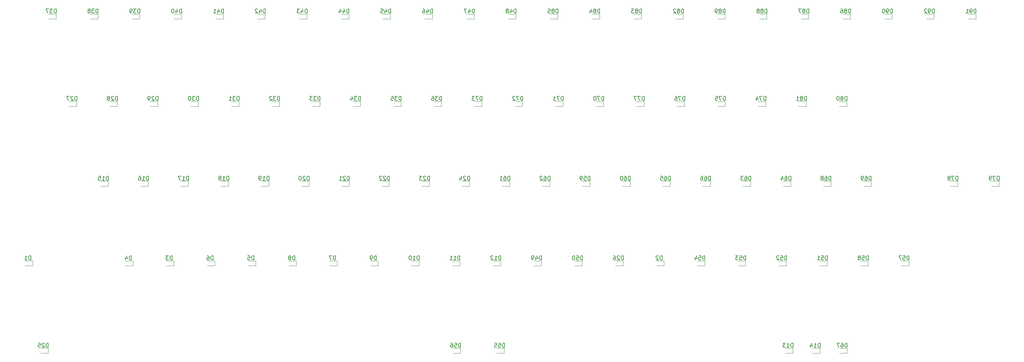
<source format=gbo>
%TF.GenerationSoftware,KiCad,Pcbnew,(6.0.1)*%
%TF.CreationDate,2022-07-30T17:19:38+08:00*%
%TF.ProjectId,CrVisionMech,43725669-7369-46f6-9e4d-6563682e6b69,rev?*%
%TF.SameCoordinates,Original*%
%TF.FileFunction,Legend,Bot*%
%TF.FilePolarity,Positive*%
%FSLAX46Y46*%
G04 Gerber Fmt 4.6, Leading zero omitted, Abs format (unit mm)*
G04 Created by KiCad (PCBNEW (6.0.1)) date 2022-07-30 17:19:38*
%MOMM*%
%LPD*%
G01*
G04 APERTURE LIST*
%ADD10C,0.150000*%
%ADD11C,0.120000*%
%ADD12C,1.700000*%
%ADD13C,4.000000*%
%ADD14C,2.200000*%
%ADD15C,5.600000*%
%ADD16R,1.700000X1.700000*%
%ADD17O,1.700000X1.700000*%
%ADD18C,3.050000*%
%ADD19R,0.600000X0.700000*%
G04 APERTURE END LIST*
D10*
X122216389Y-136947380D02*
X122216389Y-135947380D01*
X121978294Y-135947380D01*
X121835437Y-135995000D01*
X121740199Y-136090238D01*
X121692580Y-136185476D01*
X121644961Y-136375952D01*
X121644961Y-136518809D01*
X121692580Y-136709285D01*
X121740199Y-136804523D01*
X121835437Y-136899761D01*
X121978294Y-136947380D01*
X122216389Y-136947380D01*
X121264008Y-136042619D02*
X121216389Y-135995000D01*
X121121151Y-135947380D01*
X120883056Y-135947380D01*
X120787818Y-135995000D01*
X120740199Y-136042619D01*
X120692580Y-136137857D01*
X120692580Y-136233095D01*
X120740199Y-136375952D01*
X121311627Y-136947380D01*
X120692580Y-136947380D01*
X120216389Y-136947380D02*
X120025913Y-136947380D01*
X119930675Y-136899761D01*
X119883056Y-136852142D01*
X119787818Y-136709285D01*
X119740199Y-136518809D01*
X119740199Y-136137857D01*
X119787818Y-136042619D01*
X119835437Y-135995000D01*
X119930675Y-135947380D01*
X120121151Y-135947380D01*
X120216389Y-135995000D01*
X120264008Y-136042619D01*
X120311627Y-136137857D01*
X120311627Y-136375952D01*
X120264008Y-136471190D01*
X120216389Y-136518809D01*
X120121151Y-136566428D01*
X119930675Y-136566428D01*
X119835437Y-136518809D01*
X119787818Y-136471190D01*
X119740199Y-136375952D01*
X285376785Y-197907380D02*
X285376785Y-196907380D01*
X285138690Y-196907380D01*
X284995833Y-196955000D01*
X284900595Y-197050238D01*
X284852976Y-197145476D01*
X284805357Y-197335952D01*
X284805357Y-197478809D01*
X284852976Y-197669285D01*
X284900595Y-197764523D01*
X284995833Y-197859761D01*
X285138690Y-197907380D01*
X285376785Y-197907380D01*
X283852976Y-197907380D02*
X284424404Y-197907380D01*
X284138690Y-197907380D02*
X284138690Y-196907380D01*
X284233928Y-197050238D01*
X284329166Y-197145476D01*
X284424404Y-197193095D01*
X282995833Y-197240714D02*
X282995833Y-197907380D01*
X283233928Y-196859761D02*
X283472023Y-197574047D01*
X282852976Y-197574047D01*
X90908095Y-176317380D02*
X90908095Y-175317380D01*
X90670000Y-175317380D01*
X90527142Y-175365000D01*
X90431904Y-175460238D01*
X90384285Y-175555476D01*
X90336666Y-175745952D01*
X90336666Y-175888809D01*
X90384285Y-176079285D01*
X90431904Y-176174523D01*
X90527142Y-176269761D01*
X90670000Y-176317380D01*
X90908095Y-176317380D01*
X89384285Y-176317380D02*
X89955714Y-176317380D01*
X89670000Y-176317380D02*
X89670000Y-175317380D01*
X89765238Y-175460238D01*
X89860476Y-175555476D01*
X89955714Y-175603095D01*
X226806381Y-176317380D02*
X226806381Y-175317380D01*
X226568286Y-175317380D01*
X226425429Y-175365000D01*
X226330191Y-175460238D01*
X226282572Y-175555476D01*
X226234953Y-175745952D01*
X226234953Y-175888809D01*
X226282572Y-176079285D01*
X226330191Y-176174523D01*
X226425429Y-176269761D01*
X226568286Y-176317380D01*
X226806381Y-176317380D01*
X225330191Y-175317380D02*
X225806381Y-175317380D01*
X225854000Y-175793571D01*
X225806381Y-175745952D01*
X225711143Y-175698333D01*
X225473048Y-175698333D01*
X225377810Y-175745952D01*
X225330191Y-175793571D01*
X225282572Y-175888809D01*
X225282572Y-176126904D01*
X225330191Y-176222142D01*
X225377810Y-176269761D01*
X225473048Y-176317380D01*
X225711143Y-176317380D01*
X225806381Y-176269761D01*
X225854000Y-176222142D01*
X224663524Y-175317380D02*
X224568286Y-175317380D01*
X224473048Y-175365000D01*
X224425429Y-175412619D01*
X224377810Y-175507857D01*
X224330191Y-175698333D01*
X224330191Y-175936428D01*
X224377810Y-176126904D01*
X224425429Y-176222142D01*
X224473048Y-176269761D01*
X224568286Y-176317380D01*
X224663524Y-176317380D01*
X224758762Y-176269761D01*
X224806381Y-176222142D01*
X224854000Y-176126904D01*
X224901619Y-175936428D01*
X224901619Y-175698333D01*
X224854000Y-175507857D01*
X224806381Y-175412619D01*
X224758762Y-175365000D01*
X224663524Y-175317380D01*
X199033499Y-156632380D02*
X199033499Y-155632380D01*
X198795404Y-155632380D01*
X198652547Y-155680000D01*
X198557309Y-155775238D01*
X198509690Y-155870476D01*
X198462071Y-156060952D01*
X198462071Y-156203809D01*
X198509690Y-156394285D01*
X198557309Y-156489523D01*
X198652547Y-156584761D01*
X198795404Y-156632380D01*
X199033499Y-156632380D01*
X198081118Y-155727619D02*
X198033499Y-155680000D01*
X197938261Y-155632380D01*
X197700166Y-155632380D01*
X197604928Y-155680000D01*
X197557309Y-155727619D01*
X197509690Y-155822857D01*
X197509690Y-155918095D01*
X197557309Y-156060952D01*
X198128737Y-156632380D01*
X197509690Y-156632380D01*
X196652547Y-155965714D02*
X196652547Y-156632380D01*
X196890642Y-155584761D02*
X197128737Y-156299047D01*
X196509690Y-156299047D01*
X202104805Y-136947380D02*
X202104805Y-135947380D01*
X201866710Y-135947380D01*
X201723853Y-135995000D01*
X201628615Y-136090238D01*
X201580996Y-136185476D01*
X201533377Y-136375952D01*
X201533377Y-136518809D01*
X201580996Y-136709285D01*
X201628615Y-136804523D01*
X201723853Y-136899761D01*
X201866710Y-136947380D01*
X202104805Y-136947380D01*
X201200043Y-135947380D02*
X200533377Y-135947380D01*
X200961948Y-136947380D01*
X200247662Y-135947380D02*
X199628615Y-135947380D01*
X199961948Y-136328333D01*
X199819091Y-136328333D01*
X199723853Y-136375952D01*
X199676234Y-136423571D01*
X199628615Y-136518809D01*
X199628615Y-136756904D01*
X199676234Y-136852142D01*
X199723853Y-136899761D01*
X199819091Y-136947380D01*
X200104805Y-136947380D01*
X200200043Y-136899761D01*
X200247662Y-136852142D01*
X158972463Y-115357380D02*
X158972463Y-114357380D01*
X158734368Y-114357380D01*
X158591511Y-114405000D01*
X158496273Y-114500238D01*
X158448654Y-114595476D01*
X158401035Y-114785952D01*
X158401035Y-114928809D01*
X158448654Y-115119285D01*
X158496273Y-115214523D01*
X158591511Y-115309761D01*
X158734368Y-115357380D01*
X158972463Y-115357380D01*
X157543892Y-114690714D02*
X157543892Y-115357380D01*
X157781987Y-114309761D02*
X158020082Y-115024047D01*
X157401035Y-115024047D01*
X157115320Y-114357380D02*
X156496273Y-114357380D01*
X156829606Y-114738333D01*
X156686749Y-114738333D01*
X156591511Y-114785952D01*
X156543892Y-114833571D01*
X156496273Y-114928809D01*
X156496273Y-115166904D01*
X156543892Y-115262142D01*
X156591511Y-115309761D01*
X156686749Y-115357380D01*
X156972463Y-115357380D01*
X157067701Y-115309761D01*
X157115320Y-115262142D01*
X159462975Y-156632380D02*
X159462975Y-155632380D01*
X159224880Y-155632380D01*
X159082023Y-155680000D01*
X158986785Y-155775238D01*
X158939166Y-155870476D01*
X158891547Y-156060952D01*
X158891547Y-156203809D01*
X158939166Y-156394285D01*
X158986785Y-156489523D01*
X159082023Y-156584761D01*
X159224880Y-156632380D01*
X159462975Y-156632380D01*
X158510594Y-155727619D02*
X158462975Y-155680000D01*
X158367737Y-155632380D01*
X158129642Y-155632380D01*
X158034404Y-155680000D01*
X157986785Y-155727619D01*
X157939166Y-155822857D01*
X157939166Y-155918095D01*
X157986785Y-156060952D01*
X158558213Y-156632380D01*
X157939166Y-156632380D01*
X157320118Y-155632380D02*
X157224880Y-155632380D01*
X157129642Y-155680000D01*
X157082023Y-155727619D01*
X157034404Y-155822857D01*
X156986785Y-156013333D01*
X156986785Y-156251428D01*
X157034404Y-156441904D01*
X157082023Y-156537142D01*
X157129642Y-156584761D01*
X157224880Y-156632380D01*
X157320118Y-156632380D01*
X157415356Y-156584761D01*
X157462975Y-156537142D01*
X157510594Y-156441904D01*
X157558213Y-156251428D01*
X157558213Y-156013333D01*
X157510594Y-155822857D01*
X157462975Y-155727619D01*
X157415356Y-155680000D01*
X157320118Y-155632380D01*
X297959820Y-156632380D02*
X297959820Y-155632380D01*
X297721725Y-155632380D01*
X297578868Y-155680000D01*
X297483630Y-155775238D01*
X297436011Y-155870476D01*
X297388392Y-156060952D01*
X297388392Y-156203809D01*
X297436011Y-156394285D01*
X297483630Y-156489523D01*
X297578868Y-156584761D01*
X297721725Y-156632380D01*
X297959820Y-156632380D01*
X296531249Y-155632380D02*
X296721725Y-155632380D01*
X296816963Y-155680000D01*
X296864582Y-155727619D01*
X296959820Y-155870476D01*
X297007439Y-156060952D01*
X297007439Y-156441904D01*
X296959820Y-156537142D01*
X296912201Y-156584761D01*
X296816963Y-156632380D01*
X296626487Y-156632380D01*
X296531249Y-156584761D01*
X296483630Y-156537142D01*
X296436011Y-156441904D01*
X296436011Y-156203809D01*
X296483630Y-156108571D01*
X296531249Y-156060952D01*
X296626487Y-156013333D01*
X296816963Y-156013333D01*
X296912201Y-156060952D01*
X296959820Y-156108571D01*
X297007439Y-156203809D01*
X295959820Y-156632380D02*
X295769344Y-156632380D01*
X295674106Y-156584761D01*
X295626487Y-156537142D01*
X295531249Y-156394285D01*
X295483630Y-156203809D01*
X295483630Y-155822857D01*
X295531249Y-155727619D01*
X295578868Y-155680000D01*
X295674106Y-155632380D01*
X295864582Y-155632380D01*
X295959820Y-155680000D01*
X296007439Y-155727619D01*
X296055058Y-155822857D01*
X296055058Y-156060952D01*
X296007439Y-156156190D01*
X295959820Y-156203809D01*
X295864582Y-156251428D01*
X295674106Y-156251428D01*
X295578868Y-156203809D01*
X295531249Y-156156190D01*
X295483630Y-156060952D01*
X256985589Y-176317380D02*
X256985589Y-175317380D01*
X256747494Y-175317380D01*
X256604637Y-175365000D01*
X256509399Y-175460238D01*
X256461780Y-175555476D01*
X256414161Y-175745952D01*
X256414161Y-175888809D01*
X256461780Y-176079285D01*
X256509399Y-176174523D01*
X256604637Y-176269761D01*
X256747494Y-176317380D01*
X256985589Y-176317380D01*
X255509399Y-175317380D02*
X255985589Y-175317380D01*
X256033208Y-175793571D01*
X255985589Y-175745952D01*
X255890351Y-175698333D01*
X255652256Y-175698333D01*
X255557018Y-175745952D01*
X255509399Y-175793571D01*
X255461780Y-175888809D01*
X255461780Y-176126904D01*
X255509399Y-176222142D01*
X255557018Y-176269761D01*
X255652256Y-176317380D01*
X255890351Y-176317380D01*
X255985589Y-176269761D01*
X256033208Y-176222142D01*
X254604637Y-175650714D02*
X254604637Y-176317380D01*
X254842732Y-175269761D02*
X255080827Y-175984047D01*
X254461780Y-175984047D01*
X307284285Y-176317380D02*
X307284285Y-175317380D01*
X307046190Y-175317380D01*
X306903333Y-175365000D01*
X306808095Y-175460238D01*
X306760476Y-175555476D01*
X306712857Y-175745952D01*
X306712857Y-175888809D01*
X306760476Y-176079285D01*
X306808095Y-176174523D01*
X306903333Y-176269761D01*
X307046190Y-176317380D01*
X307284285Y-176317380D01*
X305808095Y-175317380D02*
X306284285Y-175317380D01*
X306331904Y-175793571D01*
X306284285Y-175745952D01*
X306189047Y-175698333D01*
X305950952Y-175698333D01*
X305855714Y-175745952D01*
X305808095Y-175793571D01*
X305760476Y-175888809D01*
X305760476Y-176126904D01*
X305808095Y-176222142D01*
X305855714Y-176269761D01*
X305950952Y-176317380D01*
X306189047Y-176317380D01*
X306284285Y-176269761D01*
X306331904Y-176222142D01*
X305427142Y-175317380D02*
X304760476Y-175317380D01*
X305189047Y-176317380D01*
X288067178Y-156632380D02*
X288067178Y-155632380D01*
X287829083Y-155632380D01*
X287686226Y-155680000D01*
X287590988Y-155775238D01*
X287543369Y-155870476D01*
X287495750Y-156060952D01*
X287495750Y-156203809D01*
X287543369Y-156394285D01*
X287590988Y-156489523D01*
X287686226Y-156584761D01*
X287829083Y-156632380D01*
X288067178Y-156632380D01*
X286638607Y-155632380D02*
X286829083Y-155632380D01*
X286924321Y-155680000D01*
X286971940Y-155727619D01*
X287067178Y-155870476D01*
X287114797Y-156060952D01*
X287114797Y-156441904D01*
X287067178Y-156537142D01*
X287019559Y-156584761D01*
X286924321Y-156632380D01*
X286733845Y-156632380D01*
X286638607Y-156584761D01*
X286590988Y-156537142D01*
X286543369Y-156441904D01*
X286543369Y-156203809D01*
X286590988Y-156108571D01*
X286638607Y-156060952D01*
X286733845Y-156013333D01*
X286924321Y-156013333D01*
X287019559Y-156060952D01*
X287067178Y-156108571D01*
X287114797Y-156203809D01*
X285971940Y-156060952D02*
X286067178Y-156013333D01*
X286114797Y-155965714D01*
X286162416Y-155870476D01*
X286162416Y-155822857D01*
X286114797Y-155727619D01*
X286067178Y-155680000D01*
X285971940Y-155632380D01*
X285781464Y-155632380D01*
X285686226Y-155680000D01*
X285638607Y-155727619D01*
X285590988Y-155822857D01*
X285590988Y-155870476D01*
X285638607Y-155965714D01*
X285686226Y-156013333D01*
X285781464Y-156060952D01*
X285971940Y-156060952D01*
X286067178Y-156108571D01*
X286114797Y-156156190D01*
X286162416Y-156251428D01*
X286162416Y-156441904D01*
X286114797Y-156537142D01*
X286067178Y-156584761D01*
X285971940Y-156632380D01*
X285781464Y-156632380D01*
X285686226Y-156584761D01*
X285638607Y-156537142D01*
X285590988Y-156441904D01*
X285590988Y-156251428D01*
X285638607Y-156156190D01*
X285686226Y-156108571D01*
X285781464Y-156060952D01*
X236866117Y-176317380D02*
X236866117Y-175317380D01*
X236628022Y-175317380D01*
X236485165Y-175365000D01*
X236389927Y-175460238D01*
X236342308Y-175555476D01*
X236294689Y-175745952D01*
X236294689Y-175888809D01*
X236342308Y-176079285D01*
X236389927Y-176174523D01*
X236485165Y-176269761D01*
X236628022Y-176317380D01*
X236866117Y-176317380D01*
X235913736Y-175412619D02*
X235866117Y-175365000D01*
X235770879Y-175317380D01*
X235532784Y-175317380D01*
X235437546Y-175365000D01*
X235389927Y-175412619D01*
X235342308Y-175507857D01*
X235342308Y-175603095D01*
X235389927Y-175745952D01*
X235961355Y-176317380D01*
X235342308Y-176317380D01*
X234485165Y-175317380D02*
X234675641Y-175317380D01*
X234770879Y-175365000D01*
X234818498Y-175412619D01*
X234913736Y-175555476D01*
X234961355Y-175745952D01*
X234961355Y-176126904D01*
X234913736Y-176222142D01*
X234866117Y-176269761D01*
X234770879Y-176317380D01*
X234580403Y-176317380D01*
X234485165Y-176269761D01*
X234437546Y-176222142D01*
X234389927Y-176126904D01*
X234389927Y-175888809D01*
X234437546Y-175793571D01*
X234485165Y-175745952D01*
X234580403Y-175698333D01*
X234770879Y-175698333D01*
X234866117Y-175745952D01*
X234913736Y-175793571D01*
X234961355Y-175888809D01*
X186567437Y-176317380D02*
X186567437Y-175317380D01*
X186329342Y-175317380D01*
X186186485Y-175365000D01*
X186091247Y-175460238D01*
X186043628Y-175555476D01*
X185996009Y-175745952D01*
X185996009Y-175888809D01*
X186043628Y-176079285D01*
X186091247Y-176174523D01*
X186186485Y-176269761D01*
X186329342Y-176317380D01*
X186567437Y-176317380D01*
X185043628Y-176317380D02*
X185615056Y-176317380D01*
X185329342Y-176317380D02*
X185329342Y-175317380D01*
X185424580Y-175460238D01*
X185519818Y-175555476D01*
X185615056Y-175603095D01*
X184424580Y-175317380D02*
X184329342Y-175317380D01*
X184234104Y-175365000D01*
X184186485Y-175412619D01*
X184138866Y-175507857D01*
X184091247Y-175698333D01*
X184091247Y-175936428D01*
X184138866Y-176126904D01*
X184186485Y-176222142D01*
X184234104Y-176269761D01*
X184329342Y-176317380D01*
X184424580Y-176317380D01*
X184519818Y-176269761D01*
X184567437Y-176222142D01*
X184615056Y-176126904D01*
X184662675Y-175936428D01*
X184662675Y-175698333D01*
X184615056Y-175507857D01*
X184567437Y-175412619D01*
X184519818Y-175365000D01*
X184424580Y-175317380D01*
X278709285Y-197907380D02*
X278709285Y-196907380D01*
X278471190Y-196907380D01*
X278328333Y-196955000D01*
X278233095Y-197050238D01*
X278185476Y-197145476D01*
X278137857Y-197335952D01*
X278137857Y-197478809D01*
X278185476Y-197669285D01*
X278233095Y-197764523D01*
X278328333Y-197859761D01*
X278471190Y-197907380D01*
X278709285Y-197907380D01*
X277185476Y-197907380D02*
X277756904Y-197907380D01*
X277471190Y-197907380D02*
X277471190Y-196907380D01*
X277566428Y-197050238D01*
X277661666Y-197145476D01*
X277756904Y-197193095D01*
X276852142Y-196907380D02*
X276233095Y-196907380D01*
X276566428Y-197288333D01*
X276423571Y-197288333D01*
X276328333Y-197335952D01*
X276280714Y-197383571D01*
X276233095Y-197478809D01*
X276233095Y-197716904D01*
X276280714Y-197812142D01*
X276328333Y-197859761D01*
X276423571Y-197907380D01*
X276709285Y-197907380D01*
X276804523Y-197859761D01*
X276852142Y-197812142D01*
X97164285Y-115357380D02*
X97164285Y-114357380D01*
X96926190Y-114357380D01*
X96783333Y-114405000D01*
X96688095Y-114500238D01*
X96640476Y-114595476D01*
X96592857Y-114785952D01*
X96592857Y-114928809D01*
X96640476Y-115119285D01*
X96688095Y-115214523D01*
X96783333Y-115309761D01*
X96926190Y-115357380D01*
X97164285Y-115357380D01*
X96259523Y-114357380D02*
X95640476Y-114357380D01*
X95973809Y-114738333D01*
X95830952Y-114738333D01*
X95735714Y-114785952D01*
X95688095Y-114833571D01*
X95640476Y-114928809D01*
X95640476Y-115166904D01*
X95688095Y-115262142D01*
X95735714Y-115309761D01*
X95830952Y-115357380D01*
X96116666Y-115357380D01*
X96211904Y-115309761D01*
X96259523Y-115262142D01*
X95307142Y-114357380D02*
X94640476Y-114357380D01*
X95069047Y-115357380D01*
X115673095Y-176317380D02*
X115673095Y-175317380D01*
X115435000Y-175317380D01*
X115292142Y-175365000D01*
X115196904Y-175460238D01*
X115149285Y-175555476D01*
X115101666Y-175745952D01*
X115101666Y-175888809D01*
X115149285Y-176079285D01*
X115196904Y-176174523D01*
X115292142Y-176269761D01*
X115435000Y-176317380D01*
X115673095Y-176317380D01*
X114244523Y-175650714D02*
X114244523Y-176317380D01*
X114482619Y-175269761D02*
X114720714Y-175984047D01*
X114101666Y-175984047D01*
X319349285Y-156632380D02*
X319349285Y-155632380D01*
X319111190Y-155632380D01*
X318968333Y-155680000D01*
X318873095Y-155775238D01*
X318825476Y-155870476D01*
X318777857Y-156060952D01*
X318777857Y-156203809D01*
X318825476Y-156394285D01*
X318873095Y-156489523D01*
X318968333Y-156584761D01*
X319111190Y-156632380D01*
X319349285Y-156632380D01*
X318444523Y-155632380D02*
X317777857Y-155632380D01*
X318206428Y-156632380D01*
X317254047Y-156060952D02*
X317349285Y-156013333D01*
X317396904Y-155965714D01*
X317444523Y-155870476D01*
X317444523Y-155822857D01*
X317396904Y-155727619D01*
X317349285Y-155680000D01*
X317254047Y-155632380D01*
X317063571Y-155632380D01*
X316968333Y-155680000D01*
X316920714Y-155727619D01*
X316873095Y-155822857D01*
X316873095Y-155870476D01*
X316920714Y-155965714D01*
X316968333Y-156013333D01*
X317063571Y-156060952D01*
X317254047Y-156060952D01*
X317349285Y-156108571D01*
X317396904Y-156156190D01*
X317444523Y-156251428D01*
X317444523Y-156441904D01*
X317396904Y-156537142D01*
X317349285Y-156584761D01*
X317254047Y-156632380D01*
X317063571Y-156632380D01*
X316968333Y-156584761D01*
X316920714Y-156537142D01*
X316873095Y-156441904D01*
X316873095Y-156251428D01*
X316920714Y-156156190D01*
X316968333Y-156108571D01*
X317063571Y-156060952D01*
X128068374Y-115357380D02*
X128068374Y-114357380D01*
X127830279Y-114357380D01*
X127687422Y-114405000D01*
X127592184Y-114500238D01*
X127544565Y-114595476D01*
X127496946Y-114785952D01*
X127496946Y-114928809D01*
X127544565Y-115119285D01*
X127592184Y-115214523D01*
X127687422Y-115309761D01*
X127830279Y-115357380D01*
X128068374Y-115357380D01*
X126639803Y-114690714D02*
X126639803Y-115357380D01*
X126877898Y-114309761D02*
X127115993Y-115024047D01*
X126496946Y-115024047D01*
X125925517Y-114357380D02*
X125830279Y-114357380D01*
X125735041Y-114405000D01*
X125687422Y-114452619D01*
X125639803Y-114547857D01*
X125592184Y-114738333D01*
X125592184Y-114976428D01*
X125639803Y-115166904D01*
X125687422Y-115262142D01*
X125735041Y-115309761D01*
X125830279Y-115357380D01*
X125925517Y-115357380D01*
X126020755Y-115309761D01*
X126068374Y-115262142D01*
X126115993Y-115166904D01*
X126163612Y-114976428D01*
X126163612Y-114738333D01*
X126115993Y-114547857D01*
X126068374Y-114452619D01*
X126020755Y-114405000D01*
X125925517Y-114357380D01*
X169355606Y-156632380D02*
X169355606Y-155632380D01*
X169117511Y-155632380D01*
X168974654Y-155680000D01*
X168879416Y-155775238D01*
X168831797Y-155870476D01*
X168784178Y-156060952D01*
X168784178Y-156203809D01*
X168831797Y-156394285D01*
X168879416Y-156489523D01*
X168974654Y-156584761D01*
X169117511Y-156632380D01*
X169355606Y-156632380D01*
X168403225Y-155727619D02*
X168355606Y-155680000D01*
X168260368Y-155632380D01*
X168022273Y-155632380D01*
X167927035Y-155680000D01*
X167879416Y-155727619D01*
X167831797Y-155822857D01*
X167831797Y-155918095D01*
X167879416Y-156060952D01*
X168450844Y-156632380D01*
X167831797Y-156632380D01*
X166879416Y-156632380D02*
X167450844Y-156632380D01*
X167165130Y-156632380D02*
X167165130Y-155632380D01*
X167260368Y-155775238D01*
X167355606Y-155870476D01*
X167450844Y-155918095D01*
X303191545Y-115357380D02*
X303191545Y-114357380D01*
X302953450Y-114357380D01*
X302810593Y-114405000D01*
X302715355Y-114500238D01*
X302667736Y-114595476D01*
X302620117Y-114785952D01*
X302620117Y-114928809D01*
X302667736Y-115119285D01*
X302715355Y-115214523D01*
X302810593Y-115309761D01*
X302953450Y-115357380D01*
X303191545Y-115357380D01*
X302143926Y-115357380D02*
X301953450Y-115357380D01*
X301858212Y-115309761D01*
X301810593Y-115262142D01*
X301715355Y-115119285D01*
X301667736Y-114928809D01*
X301667736Y-114547857D01*
X301715355Y-114452619D01*
X301762974Y-114405000D01*
X301858212Y-114357380D01*
X302048688Y-114357380D01*
X302143926Y-114405000D01*
X302191545Y-114452619D01*
X302239164Y-114547857D01*
X302239164Y-114785952D01*
X302191545Y-114881190D01*
X302143926Y-114928809D01*
X302048688Y-114976428D01*
X301858212Y-114976428D01*
X301762974Y-114928809D01*
X301715355Y-114881190D01*
X301667736Y-114785952D01*
X301048688Y-114357380D02*
X300953450Y-114357380D01*
X300858212Y-114405000D01*
X300810593Y-114452619D01*
X300762974Y-114547857D01*
X300715355Y-114738333D01*
X300715355Y-114976428D01*
X300762974Y-115166904D01*
X300810593Y-115262142D01*
X300858212Y-115309761D01*
X300953450Y-115357380D01*
X301048688Y-115357380D01*
X301143926Y-115309761D01*
X301191545Y-115262142D01*
X301239164Y-115166904D01*
X301286783Y-114976428D01*
X301286783Y-114738333D01*
X301239164Y-114547857D01*
X301191545Y-114452619D01*
X301143926Y-114405000D01*
X301048688Y-114357380D01*
X212090857Y-136947380D02*
X212090857Y-135947380D01*
X211852762Y-135947380D01*
X211709905Y-135995000D01*
X211614667Y-136090238D01*
X211567048Y-136185476D01*
X211519429Y-136375952D01*
X211519429Y-136518809D01*
X211567048Y-136709285D01*
X211614667Y-136804523D01*
X211709905Y-136899761D01*
X211852762Y-136947380D01*
X212090857Y-136947380D01*
X211186095Y-135947380D02*
X210519429Y-135947380D01*
X210948000Y-136947380D01*
X210186095Y-136042619D02*
X210138476Y-135995000D01*
X210043238Y-135947380D01*
X209805143Y-135947380D01*
X209709905Y-135995000D01*
X209662286Y-136042619D01*
X209614667Y-136137857D01*
X209614667Y-136233095D01*
X209662286Y-136375952D01*
X210233714Y-136947380D01*
X209614667Y-136947380D01*
X200177915Y-115357380D02*
X200177915Y-114357380D01*
X199939820Y-114357380D01*
X199796963Y-114405000D01*
X199701725Y-114500238D01*
X199654106Y-114595476D01*
X199606487Y-114785952D01*
X199606487Y-114928809D01*
X199654106Y-115119285D01*
X199701725Y-115214523D01*
X199796963Y-115309761D01*
X199939820Y-115357380D01*
X200177915Y-115357380D01*
X198749344Y-114690714D02*
X198749344Y-115357380D01*
X198987439Y-114309761D02*
X199225534Y-115024047D01*
X198606487Y-115024047D01*
X198320772Y-114357380D02*
X197654106Y-114357380D01*
X198082677Y-115357380D01*
X172146649Y-136947380D02*
X172146649Y-135947380D01*
X171908554Y-135947380D01*
X171765697Y-135995000D01*
X171670459Y-136090238D01*
X171622840Y-136185476D01*
X171575221Y-136375952D01*
X171575221Y-136518809D01*
X171622840Y-136709285D01*
X171670459Y-136804523D01*
X171765697Y-136899761D01*
X171908554Y-136947380D01*
X172146649Y-136947380D01*
X171241887Y-135947380D02*
X170622840Y-135947380D01*
X170956173Y-136328333D01*
X170813316Y-136328333D01*
X170718078Y-136375952D01*
X170670459Y-136423571D01*
X170622840Y-136518809D01*
X170622840Y-136756904D01*
X170670459Y-136852142D01*
X170718078Y-136899761D01*
X170813316Y-136947380D01*
X171099030Y-136947380D01*
X171194268Y-136899761D01*
X171241887Y-136852142D01*
X169765697Y-136280714D02*
X169765697Y-136947380D01*
X170003792Y-135899761D02*
X170241887Y-136614047D01*
X169622840Y-136614047D01*
X258389285Y-156632380D02*
X258389285Y-155632380D01*
X258151190Y-155632380D01*
X258008333Y-155680000D01*
X257913095Y-155775238D01*
X257865476Y-155870476D01*
X257817857Y-156060952D01*
X257817857Y-156203809D01*
X257865476Y-156394285D01*
X257913095Y-156489523D01*
X258008333Y-156584761D01*
X258151190Y-156632380D01*
X258389285Y-156632380D01*
X256960714Y-155632380D02*
X257151190Y-155632380D01*
X257246428Y-155680000D01*
X257294047Y-155727619D01*
X257389285Y-155870476D01*
X257436904Y-156060952D01*
X257436904Y-156441904D01*
X257389285Y-156537142D01*
X257341666Y-156584761D01*
X257246428Y-156632380D01*
X257055952Y-156632380D01*
X256960714Y-156584761D01*
X256913095Y-156537142D01*
X256865476Y-156441904D01*
X256865476Y-156203809D01*
X256913095Y-156108571D01*
X256960714Y-156060952D01*
X257055952Y-156013333D01*
X257246428Y-156013333D01*
X257341666Y-156060952D01*
X257389285Y-156108571D01*
X257436904Y-156203809D01*
X256008333Y-155632380D02*
X256198809Y-155632380D01*
X256294047Y-155680000D01*
X256341666Y-155727619D01*
X256436904Y-155870476D01*
X256484523Y-156060952D01*
X256484523Y-156441904D01*
X256436904Y-156537142D01*
X256389285Y-156584761D01*
X256294047Y-156632380D01*
X256103571Y-156632380D01*
X256008333Y-156584761D01*
X255960714Y-156537142D01*
X255913095Y-156441904D01*
X255913095Y-156203809D01*
X255960714Y-156108571D01*
X256008333Y-156060952D01*
X256103571Y-156013333D01*
X256294047Y-156013333D01*
X256389285Y-156060952D01*
X256436904Y-156108571D01*
X256484523Y-156203809D01*
X251684730Y-115357380D02*
X251684730Y-114357380D01*
X251446635Y-114357380D01*
X251303778Y-114405000D01*
X251208540Y-114500238D01*
X251160921Y-114595476D01*
X251113302Y-114785952D01*
X251113302Y-114928809D01*
X251160921Y-115119285D01*
X251208540Y-115214523D01*
X251303778Y-115309761D01*
X251446635Y-115357380D01*
X251684730Y-115357380D01*
X250541873Y-114785952D02*
X250637111Y-114738333D01*
X250684730Y-114690714D01*
X250732349Y-114595476D01*
X250732349Y-114547857D01*
X250684730Y-114452619D01*
X250637111Y-114405000D01*
X250541873Y-114357380D01*
X250351397Y-114357380D01*
X250256159Y-114405000D01*
X250208540Y-114452619D01*
X250160921Y-114547857D01*
X250160921Y-114595476D01*
X250208540Y-114690714D01*
X250256159Y-114738333D01*
X250351397Y-114785952D01*
X250541873Y-114785952D01*
X250637111Y-114833571D01*
X250684730Y-114881190D01*
X250732349Y-114976428D01*
X250732349Y-115166904D01*
X250684730Y-115262142D01*
X250637111Y-115309761D01*
X250541873Y-115357380D01*
X250351397Y-115357380D01*
X250256159Y-115309761D01*
X250208540Y-115262142D01*
X250160921Y-115166904D01*
X250160921Y-114976428D01*
X250208540Y-114881190D01*
X250256159Y-114833571D01*
X250351397Y-114785952D01*
X249779968Y-114452619D02*
X249732349Y-114405000D01*
X249637111Y-114357380D01*
X249399016Y-114357380D01*
X249303778Y-114405000D01*
X249256159Y-114452619D01*
X249208540Y-114547857D01*
X249208540Y-114643095D01*
X249256159Y-114785952D01*
X249827587Y-115357380D01*
X249208540Y-115357380D01*
X262021117Y-136947380D02*
X262021117Y-135947380D01*
X261783022Y-135947380D01*
X261640165Y-135995000D01*
X261544927Y-136090238D01*
X261497308Y-136185476D01*
X261449689Y-136375952D01*
X261449689Y-136518809D01*
X261497308Y-136709285D01*
X261544927Y-136804523D01*
X261640165Y-136899761D01*
X261783022Y-136947380D01*
X262021117Y-136947380D01*
X261116355Y-135947380D02*
X260449689Y-135947380D01*
X260878260Y-136947380D01*
X259592546Y-135947380D02*
X260068736Y-135947380D01*
X260116355Y-136423571D01*
X260068736Y-136375952D01*
X259973498Y-136328333D01*
X259735403Y-136328333D01*
X259640165Y-136375952D01*
X259592546Y-136423571D01*
X259544927Y-136518809D01*
X259544927Y-136756904D01*
X259592546Y-136852142D01*
X259640165Y-136899761D01*
X259735403Y-136947380D01*
X259973498Y-136947380D01*
X260068736Y-136899761D01*
X260116355Y-136852142D01*
X292890182Y-115357380D02*
X292890182Y-114357380D01*
X292652087Y-114357380D01*
X292509230Y-114405000D01*
X292413992Y-114500238D01*
X292366373Y-114595476D01*
X292318754Y-114785952D01*
X292318754Y-114928809D01*
X292366373Y-115119285D01*
X292413992Y-115214523D01*
X292509230Y-115309761D01*
X292652087Y-115357380D01*
X292890182Y-115357380D01*
X291747325Y-114785952D02*
X291842563Y-114738333D01*
X291890182Y-114690714D01*
X291937801Y-114595476D01*
X291937801Y-114547857D01*
X291890182Y-114452619D01*
X291842563Y-114405000D01*
X291747325Y-114357380D01*
X291556849Y-114357380D01*
X291461611Y-114405000D01*
X291413992Y-114452619D01*
X291366373Y-114547857D01*
X291366373Y-114595476D01*
X291413992Y-114690714D01*
X291461611Y-114738333D01*
X291556849Y-114785952D01*
X291747325Y-114785952D01*
X291842563Y-114833571D01*
X291890182Y-114881190D01*
X291937801Y-114976428D01*
X291937801Y-115166904D01*
X291890182Y-115262142D01*
X291842563Y-115309761D01*
X291747325Y-115357380D01*
X291556849Y-115357380D01*
X291461611Y-115309761D01*
X291413992Y-115262142D01*
X291366373Y-115166904D01*
X291366373Y-114976428D01*
X291413992Y-114881190D01*
X291461611Y-114833571D01*
X291556849Y-114785952D01*
X290509230Y-114357380D02*
X290699706Y-114357380D01*
X290794944Y-114405000D01*
X290842563Y-114452619D01*
X290937801Y-114595476D01*
X290985420Y-114785952D01*
X290985420Y-115166904D01*
X290937801Y-115262142D01*
X290890182Y-115309761D01*
X290794944Y-115357380D01*
X290604468Y-115357380D01*
X290509230Y-115309761D01*
X290461611Y-115262142D01*
X290413992Y-115166904D01*
X290413992Y-114928809D01*
X290461611Y-114833571D01*
X290509230Y-114785952D01*
X290604468Y-114738333D01*
X290794944Y-114738333D01*
X290890182Y-114785952D01*
X290937801Y-114833571D01*
X290985420Y-114928809D01*
X281993221Y-136947380D02*
X281993221Y-135947380D01*
X281755126Y-135947380D01*
X281612269Y-135995000D01*
X281517031Y-136090238D01*
X281469412Y-136185476D01*
X281421793Y-136375952D01*
X281421793Y-136518809D01*
X281469412Y-136709285D01*
X281517031Y-136804523D01*
X281612269Y-136899761D01*
X281755126Y-136947380D01*
X281993221Y-136947380D01*
X280850364Y-136375952D02*
X280945602Y-136328333D01*
X280993221Y-136280714D01*
X281040840Y-136185476D01*
X281040840Y-136137857D01*
X280993221Y-136042619D01*
X280945602Y-135995000D01*
X280850364Y-135947380D01*
X280659888Y-135947380D01*
X280564650Y-135995000D01*
X280517031Y-136042619D01*
X280469412Y-136137857D01*
X280469412Y-136185476D01*
X280517031Y-136280714D01*
X280564650Y-136328333D01*
X280659888Y-136375952D01*
X280850364Y-136375952D01*
X280945602Y-136423571D01*
X280993221Y-136471190D01*
X281040840Y-136566428D01*
X281040840Y-136756904D01*
X280993221Y-136852142D01*
X280945602Y-136899761D01*
X280850364Y-136947380D01*
X280659888Y-136947380D01*
X280564650Y-136899761D01*
X280517031Y-136852142D01*
X280469412Y-136756904D01*
X280469412Y-136566428D01*
X280517031Y-136471190D01*
X280564650Y-136423571D01*
X280659888Y-136375952D01*
X279517031Y-136947380D02*
X280088459Y-136947380D01*
X279802745Y-136947380D02*
X279802745Y-135947380D01*
X279897983Y-136090238D01*
X279993221Y-136185476D01*
X280088459Y-136233095D01*
X277105061Y-176317380D02*
X277105061Y-175317380D01*
X276866966Y-175317380D01*
X276724109Y-175365000D01*
X276628871Y-175460238D01*
X276581252Y-175555476D01*
X276533633Y-175745952D01*
X276533633Y-175888809D01*
X276581252Y-176079285D01*
X276628871Y-176174523D01*
X276724109Y-176269761D01*
X276866966Y-176317380D01*
X277105061Y-176317380D01*
X275628871Y-175317380D02*
X276105061Y-175317380D01*
X276152680Y-175793571D01*
X276105061Y-175745952D01*
X276009823Y-175698333D01*
X275771728Y-175698333D01*
X275676490Y-175745952D01*
X275628871Y-175793571D01*
X275581252Y-175888809D01*
X275581252Y-176126904D01*
X275628871Y-176222142D01*
X275676490Y-176269761D01*
X275771728Y-176317380D01*
X276009823Y-176317380D01*
X276105061Y-176269761D01*
X276152680Y-176222142D01*
X275200299Y-175412619D02*
X275152680Y-175365000D01*
X275057442Y-175317380D01*
X274819347Y-175317380D01*
X274724109Y-175365000D01*
X274676490Y-175412619D01*
X274628871Y-175507857D01*
X274628871Y-175603095D01*
X274676490Y-175745952D01*
X275247918Y-176317380D01*
X274628871Y-176317380D01*
X148671100Y-115357380D02*
X148671100Y-114357380D01*
X148433005Y-114357380D01*
X148290148Y-114405000D01*
X148194910Y-114500238D01*
X148147291Y-114595476D01*
X148099672Y-114785952D01*
X148099672Y-114928809D01*
X148147291Y-115119285D01*
X148194910Y-115214523D01*
X148290148Y-115309761D01*
X148433005Y-115357380D01*
X148671100Y-115357380D01*
X147242529Y-114690714D02*
X147242529Y-115357380D01*
X147480624Y-114309761D02*
X147718719Y-115024047D01*
X147099672Y-115024047D01*
X146766338Y-114452619D02*
X146718719Y-114405000D01*
X146623481Y-114357380D01*
X146385386Y-114357380D01*
X146290148Y-114405000D01*
X146242529Y-114452619D01*
X146194910Y-114547857D01*
X146194910Y-114643095D01*
X146242529Y-114785952D01*
X146813957Y-115357380D01*
X146194910Y-115357380D01*
X119892451Y-156632380D02*
X119892451Y-155632380D01*
X119654356Y-155632380D01*
X119511499Y-155680000D01*
X119416261Y-155775238D01*
X119368642Y-155870476D01*
X119321023Y-156060952D01*
X119321023Y-156203809D01*
X119368642Y-156394285D01*
X119416261Y-156489523D01*
X119511499Y-156584761D01*
X119654356Y-156632380D01*
X119892451Y-156632380D01*
X118368642Y-156632380D02*
X118940070Y-156632380D01*
X118654356Y-156632380D02*
X118654356Y-155632380D01*
X118749594Y-155775238D01*
X118844832Y-155870476D01*
X118940070Y-155918095D01*
X117511499Y-155632380D02*
X117701975Y-155632380D01*
X117797213Y-155680000D01*
X117844832Y-155727619D01*
X117940070Y-155870476D01*
X117987689Y-156060952D01*
X117987689Y-156441904D01*
X117940070Y-156537142D01*
X117892451Y-156584761D01*
X117797213Y-156632380D01*
X117606737Y-156632380D01*
X117511499Y-156584761D01*
X117463880Y-156537142D01*
X117416261Y-156441904D01*
X117416261Y-156203809D01*
X117463880Y-156108571D01*
X117511499Y-156060952D01*
X117606737Y-156013333D01*
X117797213Y-156013333D01*
X117892451Y-156060952D01*
X117940070Y-156108571D01*
X117987689Y-156203809D01*
X228711392Y-156632380D02*
X228711392Y-155632380D01*
X228473297Y-155632380D01*
X228330440Y-155680000D01*
X228235202Y-155775238D01*
X228187583Y-155870476D01*
X228139964Y-156060952D01*
X228139964Y-156203809D01*
X228187583Y-156394285D01*
X228235202Y-156489523D01*
X228330440Y-156584761D01*
X228473297Y-156632380D01*
X228711392Y-156632380D01*
X227235202Y-155632380D02*
X227711392Y-155632380D01*
X227759011Y-156108571D01*
X227711392Y-156060952D01*
X227616154Y-156013333D01*
X227378059Y-156013333D01*
X227282821Y-156060952D01*
X227235202Y-156108571D01*
X227187583Y-156203809D01*
X227187583Y-156441904D01*
X227235202Y-156537142D01*
X227282821Y-156584761D01*
X227378059Y-156632380D01*
X227616154Y-156632380D01*
X227711392Y-156584761D01*
X227759011Y-156537142D01*
X226711392Y-156632380D02*
X226520916Y-156632380D01*
X226425678Y-156584761D01*
X226378059Y-156537142D01*
X226282821Y-156394285D01*
X226235202Y-156203809D01*
X226235202Y-155822857D01*
X226282821Y-155727619D01*
X226330440Y-155680000D01*
X226425678Y-155632380D01*
X226616154Y-155632380D01*
X226711392Y-155680000D01*
X226759011Y-155727619D01*
X226806630Y-155822857D01*
X226806630Y-156060952D01*
X226759011Y-156156190D01*
X226711392Y-156203809D01*
X226616154Y-156251428D01*
X226425678Y-156251428D01*
X226330440Y-156203809D01*
X226282821Y-156156190D01*
X226235202Y-156060952D01*
X179248237Y-156632380D02*
X179248237Y-155632380D01*
X179010142Y-155632380D01*
X178867285Y-155680000D01*
X178772047Y-155775238D01*
X178724428Y-155870476D01*
X178676809Y-156060952D01*
X178676809Y-156203809D01*
X178724428Y-156394285D01*
X178772047Y-156489523D01*
X178867285Y-156584761D01*
X179010142Y-156632380D01*
X179248237Y-156632380D01*
X178295856Y-155727619D02*
X178248237Y-155680000D01*
X178152999Y-155632380D01*
X177914904Y-155632380D01*
X177819666Y-155680000D01*
X177772047Y-155727619D01*
X177724428Y-155822857D01*
X177724428Y-155918095D01*
X177772047Y-156060952D01*
X178343475Y-156632380D01*
X177724428Y-156632380D01*
X177343475Y-155727619D02*
X177295856Y-155680000D01*
X177200618Y-155632380D01*
X176962523Y-155632380D01*
X176867285Y-155680000D01*
X176819666Y-155727619D01*
X176772047Y-155822857D01*
X176772047Y-155918095D01*
X176819666Y-156060952D01*
X177391094Y-156632380D01*
X176772047Y-156632380D01*
X261986093Y-115357380D02*
X261986093Y-114357380D01*
X261747998Y-114357380D01*
X261605141Y-114405000D01*
X261509903Y-114500238D01*
X261462284Y-114595476D01*
X261414665Y-114785952D01*
X261414665Y-114928809D01*
X261462284Y-115119285D01*
X261509903Y-115214523D01*
X261605141Y-115309761D01*
X261747998Y-115357380D01*
X261986093Y-115357380D01*
X260843236Y-114785952D02*
X260938474Y-114738333D01*
X260986093Y-114690714D01*
X261033712Y-114595476D01*
X261033712Y-114547857D01*
X260986093Y-114452619D01*
X260938474Y-114405000D01*
X260843236Y-114357380D01*
X260652760Y-114357380D01*
X260557522Y-114405000D01*
X260509903Y-114452619D01*
X260462284Y-114547857D01*
X260462284Y-114595476D01*
X260509903Y-114690714D01*
X260557522Y-114738333D01*
X260652760Y-114785952D01*
X260843236Y-114785952D01*
X260938474Y-114833571D01*
X260986093Y-114881190D01*
X261033712Y-114976428D01*
X261033712Y-115166904D01*
X260986093Y-115262142D01*
X260938474Y-115309761D01*
X260843236Y-115357380D01*
X260652760Y-115357380D01*
X260557522Y-115309761D01*
X260509903Y-115262142D01*
X260462284Y-115166904D01*
X260462284Y-114976428D01*
X260509903Y-114881190D01*
X260557522Y-114833571D01*
X260652760Y-114785952D01*
X259986093Y-115357380D02*
X259795617Y-115357380D01*
X259700379Y-115309761D01*
X259652760Y-115262142D01*
X259557522Y-115119285D01*
X259509903Y-114928809D01*
X259509903Y-114547857D01*
X259557522Y-114452619D01*
X259605141Y-114405000D01*
X259700379Y-114357380D01*
X259890855Y-114357380D01*
X259986093Y-114405000D01*
X260033712Y-114452619D01*
X260081331Y-114547857D01*
X260081331Y-114785952D01*
X260033712Y-114881190D01*
X259986093Y-114928809D01*
X259890855Y-114976428D01*
X259700379Y-114976428D01*
X259605141Y-114928809D01*
X259557522Y-114881190D01*
X259509903Y-114785952D01*
X182132701Y-136947380D02*
X182132701Y-135947380D01*
X181894606Y-135947380D01*
X181751749Y-135995000D01*
X181656511Y-136090238D01*
X181608892Y-136185476D01*
X181561273Y-136375952D01*
X181561273Y-136518809D01*
X181608892Y-136709285D01*
X181656511Y-136804523D01*
X181751749Y-136899761D01*
X181894606Y-136947380D01*
X182132701Y-136947380D01*
X181227939Y-135947380D02*
X180608892Y-135947380D01*
X180942225Y-136328333D01*
X180799368Y-136328333D01*
X180704130Y-136375952D01*
X180656511Y-136423571D01*
X180608892Y-136518809D01*
X180608892Y-136756904D01*
X180656511Y-136852142D01*
X180704130Y-136899761D01*
X180799368Y-136947380D01*
X181085082Y-136947380D01*
X181180320Y-136899761D01*
X181227939Y-136852142D01*
X179704130Y-135947380D02*
X180180320Y-135947380D01*
X180227939Y-136423571D01*
X180180320Y-136375952D01*
X180085082Y-136328333D01*
X179846987Y-136328333D01*
X179751749Y-136375952D01*
X179704130Y-136423571D01*
X179656511Y-136518809D01*
X179656511Y-136756904D01*
X179704130Y-136852142D01*
X179751749Y-136899761D01*
X179846987Y-136947380D01*
X180085082Y-136947380D01*
X180180320Y-136899761D01*
X180227939Y-136852142D01*
X268281916Y-156632380D02*
X268281916Y-155632380D01*
X268043821Y-155632380D01*
X267900964Y-155680000D01*
X267805726Y-155775238D01*
X267758107Y-155870476D01*
X267710488Y-156060952D01*
X267710488Y-156203809D01*
X267758107Y-156394285D01*
X267805726Y-156489523D01*
X267900964Y-156584761D01*
X268043821Y-156632380D01*
X268281916Y-156632380D01*
X266853345Y-155632380D02*
X267043821Y-155632380D01*
X267139059Y-155680000D01*
X267186678Y-155727619D01*
X267281916Y-155870476D01*
X267329535Y-156060952D01*
X267329535Y-156441904D01*
X267281916Y-156537142D01*
X267234297Y-156584761D01*
X267139059Y-156632380D01*
X266948583Y-156632380D01*
X266853345Y-156584761D01*
X266805726Y-156537142D01*
X266758107Y-156441904D01*
X266758107Y-156203809D01*
X266805726Y-156108571D01*
X266853345Y-156060952D01*
X266948583Y-156013333D01*
X267139059Y-156013333D01*
X267234297Y-156060952D01*
X267281916Y-156108571D01*
X267329535Y-156203809D01*
X266424773Y-155632380D02*
X265805726Y-155632380D01*
X266139059Y-156013333D01*
X265996202Y-156013333D01*
X265900964Y-156060952D01*
X265853345Y-156108571D01*
X265805726Y-156203809D01*
X265805726Y-156441904D01*
X265853345Y-156537142D01*
X265900964Y-156584761D01*
X265996202Y-156632380D01*
X266281916Y-156632380D01*
X266377154Y-156584761D01*
X266424773Y-156537142D01*
X162160597Y-136947380D02*
X162160597Y-135947380D01*
X161922502Y-135947380D01*
X161779645Y-135995000D01*
X161684407Y-136090238D01*
X161636788Y-136185476D01*
X161589169Y-136375952D01*
X161589169Y-136518809D01*
X161636788Y-136709285D01*
X161684407Y-136804523D01*
X161779645Y-136899761D01*
X161922502Y-136947380D01*
X162160597Y-136947380D01*
X161255835Y-135947380D02*
X160636788Y-135947380D01*
X160970121Y-136328333D01*
X160827264Y-136328333D01*
X160732026Y-136375952D01*
X160684407Y-136423571D01*
X160636788Y-136518809D01*
X160636788Y-136756904D01*
X160684407Y-136852142D01*
X160732026Y-136899761D01*
X160827264Y-136947380D01*
X161112978Y-136947380D01*
X161208216Y-136899761D01*
X161255835Y-136852142D01*
X160303454Y-135947380D02*
X159684407Y-135947380D01*
X160017740Y-136328333D01*
X159874883Y-136328333D01*
X159779645Y-136375952D01*
X159732026Y-136423571D01*
X159684407Y-136518809D01*
X159684407Y-136756904D01*
X159732026Y-136852142D01*
X159779645Y-136899761D01*
X159874883Y-136947380D01*
X160160597Y-136947380D01*
X160255835Y-136899761D01*
X160303454Y-136852142D01*
X125732831Y-176317380D02*
X125732831Y-175317380D01*
X125494736Y-175317380D01*
X125351878Y-175365000D01*
X125256640Y-175460238D01*
X125209021Y-175555476D01*
X125161402Y-175745952D01*
X125161402Y-175888809D01*
X125209021Y-176079285D01*
X125256640Y-176174523D01*
X125351878Y-176269761D01*
X125494736Y-176317380D01*
X125732831Y-176317380D01*
X124828069Y-175317380D02*
X124209021Y-175317380D01*
X124542355Y-175698333D01*
X124399497Y-175698333D01*
X124304259Y-175745952D01*
X124256640Y-175793571D01*
X124209021Y-175888809D01*
X124209021Y-176126904D01*
X124256640Y-176222142D01*
X124304259Y-176269761D01*
X124399497Y-176317380D01*
X124685212Y-176317380D01*
X124780450Y-176269761D01*
X124828069Y-176222142D01*
X196627173Y-176317380D02*
X196627173Y-175317380D01*
X196389078Y-175317380D01*
X196246221Y-175365000D01*
X196150983Y-175460238D01*
X196103364Y-175555476D01*
X196055745Y-175745952D01*
X196055745Y-175888809D01*
X196103364Y-176079285D01*
X196150983Y-176174523D01*
X196246221Y-176269761D01*
X196389078Y-176317380D01*
X196627173Y-176317380D01*
X195103364Y-176317380D02*
X195674792Y-176317380D01*
X195389078Y-176317380D02*
X195389078Y-175317380D01*
X195484316Y-175460238D01*
X195579554Y-175555476D01*
X195674792Y-175603095D01*
X194150983Y-176317380D02*
X194722411Y-176317380D01*
X194436697Y-176317380D02*
X194436697Y-175317380D01*
X194531935Y-175460238D01*
X194627173Y-175555476D01*
X194722411Y-175603095D01*
X165971775Y-176317380D02*
X165971775Y-175317380D01*
X165733680Y-175317380D01*
X165590822Y-175365000D01*
X165495584Y-175460238D01*
X165447965Y-175555476D01*
X165400346Y-175745952D01*
X165400346Y-175888809D01*
X165447965Y-176079285D01*
X165495584Y-176174523D01*
X165590822Y-176269761D01*
X165733680Y-176317380D01*
X165971775Y-176317380D01*
X165067013Y-175317380D02*
X164400346Y-175317380D01*
X164828918Y-176317380D01*
X149570344Y-156632380D02*
X149570344Y-155632380D01*
X149332249Y-155632380D01*
X149189392Y-155680000D01*
X149094154Y-155775238D01*
X149046535Y-155870476D01*
X148998916Y-156060952D01*
X148998916Y-156203809D01*
X149046535Y-156394285D01*
X149094154Y-156489523D01*
X149189392Y-156584761D01*
X149332249Y-156632380D01*
X149570344Y-156632380D01*
X148046535Y-156632380D02*
X148617963Y-156632380D01*
X148332249Y-156632380D02*
X148332249Y-155632380D01*
X148427487Y-155775238D01*
X148522725Y-155870476D01*
X148617963Y-155918095D01*
X147570344Y-156632380D02*
X147379868Y-156632380D01*
X147284630Y-156584761D01*
X147237011Y-156537142D01*
X147141773Y-156394285D01*
X147094154Y-156203809D01*
X147094154Y-155822857D01*
X147141773Y-155727619D01*
X147189392Y-155680000D01*
X147284630Y-155632380D01*
X147475106Y-155632380D01*
X147570344Y-155680000D01*
X147617963Y-155727619D01*
X147665582Y-155822857D01*
X147665582Y-156060952D01*
X147617963Y-156156190D01*
X147570344Y-156203809D01*
X147475106Y-156251428D01*
X147284630Y-156251428D01*
X147189392Y-156203809D01*
X147141773Y-156156190D01*
X147094154Y-156060952D01*
X107465648Y-115357380D02*
X107465648Y-114357380D01*
X107227553Y-114357380D01*
X107084696Y-114405000D01*
X106989458Y-114500238D01*
X106941839Y-114595476D01*
X106894220Y-114785952D01*
X106894220Y-114928809D01*
X106941839Y-115119285D01*
X106989458Y-115214523D01*
X107084696Y-115309761D01*
X107227553Y-115357380D01*
X107465648Y-115357380D01*
X106560886Y-114357380D02*
X105941839Y-114357380D01*
X106275172Y-114738333D01*
X106132315Y-114738333D01*
X106037077Y-114785952D01*
X105989458Y-114833571D01*
X105941839Y-114928809D01*
X105941839Y-115166904D01*
X105989458Y-115262142D01*
X106037077Y-115309761D01*
X106132315Y-115357380D01*
X106418029Y-115357380D01*
X106513267Y-115309761D01*
X106560886Y-115262142D01*
X105370410Y-114785952D02*
X105465648Y-114738333D01*
X105513267Y-114690714D01*
X105560886Y-114595476D01*
X105560886Y-114547857D01*
X105513267Y-114452619D01*
X105465648Y-114405000D01*
X105370410Y-114357380D01*
X105179934Y-114357380D01*
X105084696Y-114405000D01*
X105037077Y-114452619D01*
X104989458Y-114547857D01*
X104989458Y-114595476D01*
X105037077Y-114690714D01*
X105084696Y-114738333D01*
X105179934Y-114785952D01*
X105370410Y-114785952D01*
X105465648Y-114833571D01*
X105513267Y-114881190D01*
X105560886Y-114976428D01*
X105560886Y-115166904D01*
X105513267Y-115262142D01*
X105465648Y-115309761D01*
X105370410Y-115357380D01*
X105179934Y-115357380D01*
X105084696Y-115309761D01*
X105037077Y-115262142D01*
X104989458Y-115166904D01*
X104989458Y-114976428D01*
X105037077Y-114881190D01*
X105084696Y-114833571D01*
X105179934Y-114785952D01*
X267045325Y-176317380D02*
X267045325Y-175317380D01*
X266807230Y-175317380D01*
X266664373Y-175365000D01*
X266569135Y-175460238D01*
X266521516Y-175555476D01*
X266473897Y-175745952D01*
X266473897Y-175888809D01*
X266521516Y-176079285D01*
X266569135Y-176174523D01*
X266664373Y-176269761D01*
X266807230Y-176317380D01*
X267045325Y-176317380D01*
X265569135Y-175317380D02*
X266045325Y-175317380D01*
X266092944Y-175793571D01*
X266045325Y-175745952D01*
X265950087Y-175698333D01*
X265711992Y-175698333D01*
X265616754Y-175745952D01*
X265569135Y-175793571D01*
X265521516Y-175888809D01*
X265521516Y-176126904D01*
X265569135Y-176222142D01*
X265616754Y-176269761D01*
X265711992Y-176317380D01*
X265950087Y-176317380D01*
X266045325Y-176269761D01*
X266092944Y-176222142D01*
X265188182Y-175317380D02*
X264569135Y-175317380D01*
X264902468Y-175698333D01*
X264759611Y-175698333D01*
X264664373Y-175745952D01*
X264616754Y-175793571D01*
X264569135Y-175888809D01*
X264569135Y-176126904D01*
X264616754Y-176222142D01*
X264664373Y-176269761D01*
X264759611Y-176317380D01*
X265045325Y-176317380D01*
X265140563Y-176269761D01*
X265188182Y-176222142D01*
X192118753Y-136947380D02*
X192118753Y-135947380D01*
X191880658Y-135947380D01*
X191737801Y-135995000D01*
X191642563Y-136090238D01*
X191594944Y-136185476D01*
X191547325Y-136375952D01*
X191547325Y-136518809D01*
X191594944Y-136709285D01*
X191642563Y-136804523D01*
X191737801Y-136899761D01*
X191880658Y-136947380D01*
X192118753Y-136947380D01*
X191213991Y-135947380D02*
X190594944Y-135947380D01*
X190928277Y-136328333D01*
X190785420Y-136328333D01*
X190690182Y-136375952D01*
X190642563Y-136423571D01*
X190594944Y-136518809D01*
X190594944Y-136756904D01*
X190642563Y-136852142D01*
X190690182Y-136899761D01*
X190785420Y-136947380D01*
X191071134Y-136947380D01*
X191166372Y-136899761D01*
X191213991Y-136852142D01*
X189737801Y-135947380D02*
X189928277Y-135947380D01*
X190023515Y-135995000D01*
X190071134Y-136042619D01*
X190166372Y-136185476D01*
X190213991Y-136375952D01*
X190213991Y-136756904D01*
X190166372Y-136852142D01*
X190118753Y-136899761D01*
X190023515Y-136947380D01*
X189833039Y-136947380D01*
X189737801Y-136899761D01*
X189690182Y-136852142D01*
X189642563Y-136756904D01*
X189642563Y-136518809D01*
X189690182Y-136423571D01*
X189737801Y-136375952D01*
X189833039Y-136328333D01*
X190023515Y-136328333D01*
X190118753Y-136375952D01*
X190166372Y-136423571D01*
X190213991Y-136518809D01*
X142188493Y-136947380D02*
X142188493Y-135947380D01*
X141950398Y-135947380D01*
X141807541Y-135995000D01*
X141712303Y-136090238D01*
X141664684Y-136185476D01*
X141617065Y-136375952D01*
X141617065Y-136518809D01*
X141664684Y-136709285D01*
X141712303Y-136804523D01*
X141807541Y-136899761D01*
X141950398Y-136947380D01*
X142188493Y-136947380D01*
X141283731Y-135947380D02*
X140664684Y-135947380D01*
X140998017Y-136328333D01*
X140855160Y-136328333D01*
X140759922Y-136375952D01*
X140712303Y-136423571D01*
X140664684Y-136518809D01*
X140664684Y-136756904D01*
X140712303Y-136852142D01*
X140759922Y-136899761D01*
X140855160Y-136947380D01*
X141140874Y-136947380D01*
X141236112Y-136899761D01*
X141283731Y-136852142D01*
X139712303Y-136947380D02*
X140283731Y-136947380D01*
X139998017Y-136947380D02*
X139998017Y-135947380D01*
X140093255Y-136090238D01*
X140188493Y-136185476D01*
X140283731Y-136233095D01*
X102244285Y-136947380D02*
X102244285Y-135947380D01*
X102006190Y-135947380D01*
X101863333Y-135995000D01*
X101768095Y-136090238D01*
X101720476Y-136185476D01*
X101672857Y-136375952D01*
X101672857Y-136518809D01*
X101720476Y-136709285D01*
X101768095Y-136804523D01*
X101863333Y-136899761D01*
X102006190Y-136947380D01*
X102244285Y-136947380D01*
X101291904Y-136042619D02*
X101244285Y-135995000D01*
X101149047Y-135947380D01*
X100910952Y-135947380D01*
X100815714Y-135995000D01*
X100768095Y-136042619D01*
X100720476Y-136137857D01*
X100720476Y-136233095D01*
X100768095Y-136375952D01*
X101339523Y-136947380D01*
X100720476Y-136947380D01*
X100387142Y-135947380D02*
X99720476Y-135947380D01*
X100149047Y-136947380D01*
X272287456Y-115357380D02*
X272287456Y-114357380D01*
X272049361Y-114357380D01*
X271906504Y-114405000D01*
X271811266Y-114500238D01*
X271763647Y-114595476D01*
X271716028Y-114785952D01*
X271716028Y-114928809D01*
X271763647Y-115119285D01*
X271811266Y-115214523D01*
X271906504Y-115309761D01*
X272049361Y-115357380D01*
X272287456Y-115357380D01*
X271144599Y-114785952D02*
X271239837Y-114738333D01*
X271287456Y-114690714D01*
X271335075Y-114595476D01*
X271335075Y-114547857D01*
X271287456Y-114452619D01*
X271239837Y-114405000D01*
X271144599Y-114357380D01*
X270954123Y-114357380D01*
X270858885Y-114405000D01*
X270811266Y-114452619D01*
X270763647Y-114547857D01*
X270763647Y-114595476D01*
X270811266Y-114690714D01*
X270858885Y-114738333D01*
X270954123Y-114785952D01*
X271144599Y-114785952D01*
X271239837Y-114833571D01*
X271287456Y-114881190D01*
X271335075Y-114976428D01*
X271335075Y-115166904D01*
X271287456Y-115262142D01*
X271239837Y-115309761D01*
X271144599Y-115357380D01*
X270954123Y-115357380D01*
X270858885Y-115309761D01*
X270811266Y-115262142D01*
X270763647Y-115166904D01*
X270763647Y-114976428D01*
X270811266Y-114881190D01*
X270858885Y-114833571D01*
X270954123Y-114785952D01*
X270192218Y-114785952D02*
X270287456Y-114738333D01*
X270335075Y-114690714D01*
X270382694Y-114595476D01*
X270382694Y-114547857D01*
X270335075Y-114452619D01*
X270287456Y-114405000D01*
X270192218Y-114357380D01*
X270001742Y-114357380D01*
X269906504Y-114405000D01*
X269858885Y-114452619D01*
X269811266Y-114547857D01*
X269811266Y-114595476D01*
X269858885Y-114690714D01*
X269906504Y-114738333D01*
X270001742Y-114785952D01*
X270192218Y-114785952D01*
X270287456Y-114833571D01*
X270335075Y-114881190D01*
X270382694Y-114976428D01*
X270382694Y-115166904D01*
X270335075Y-115262142D01*
X270287456Y-115309761D01*
X270192218Y-115357380D01*
X270001742Y-115357380D01*
X269906504Y-115309761D01*
X269858885Y-115262142D01*
X269811266Y-115166904D01*
X269811266Y-114976428D01*
X269858885Y-114881190D01*
X269906504Y-114833571D01*
X270001742Y-114785952D01*
X282588819Y-115357380D02*
X282588819Y-114357380D01*
X282350724Y-114357380D01*
X282207867Y-114405000D01*
X282112629Y-114500238D01*
X282065010Y-114595476D01*
X282017391Y-114785952D01*
X282017391Y-114928809D01*
X282065010Y-115119285D01*
X282112629Y-115214523D01*
X282207867Y-115309761D01*
X282350724Y-115357380D01*
X282588819Y-115357380D01*
X281445962Y-114785952D02*
X281541200Y-114738333D01*
X281588819Y-114690714D01*
X281636438Y-114595476D01*
X281636438Y-114547857D01*
X281588819Y-114452619D01*
X281541200Y-114405000D01*
X281445962Y-114357380D01*
X281255486Y-114357380D01*
X281160248Y-114405000D01*
X281112629Y-114452619D01*
X281065010Y-114547857D01*
X281065010Y-114595476D01*
X281112629Y-114690714D01*
X281160248Y-114738333D01*
X281255486Y-114785952D01*
X281445962Y-114785952D01*
X281541200Y-114833571D01*
X281588819Y-114881190D01*
X281636438Y-114976428D01*
X281636438Y-115166904D01*
X281588819Y-115262142D01*
X281541200Y-115309761D01*
X281445962Y-115357380D01*
X281255486Y-115357380D01*
X281160248Y-115309761D01*
X281112629Y-115262142D01*
X281065010Y-115166904D01*
X281065010Y-114976428D01*
X281112629Y-114881190D01*
X281160248Y-114833571D01*
X281255486Y-114785952D01*
X280731676Y-114357380D02*
X280065010Y-114357380D01*
X280493581Y-115357380D01*
X152174545Y-136947380D02*
X152174545Y-135947380D01*
X151936450Y-135947380D01*
X151793593Y-135995000D01*
X151698355Y-136090238D01*
X151650736Y-136185476D01*
X151603117Y-136375952D01*
X151603117Y-136518809D01*
X151650736Y-136709285D01*
X151698355Y-136804523D01*
X151793593Y-136899761D01*
X151936450Y-136947380D01*
X152174545Y-136947380D01*
X151269783Y-135947380D02*
X150650736Y-135947380D01*
X150984069Y-136328333D01*
X150841212Y-136328333D01*
X150745974Y-136375952D01*
X150698355Y-136423571D01*
X150650736Y-136518809D01*
X150650736Y-136756904D01*
X150698355Y-136852142D01*
X150745974Y-136899761D01*
X150841212Y-136947380D01*
X151126926Y-136947380D01*
X151222164Y-136899761D01*
X151269783Y-136852142D01*
X150269783Y-136042619D02*
X150222164Y-135995000D01*
X150126926Y-135947380D01*
X149888831Y-135947380D01*
X149793593Y-135995000D01*
X149745974Y-136042619D01*
X149698355Y-136137857D01*
X149698355Y-136233095D01*
X149745974Y-136375952D01*
X150317402Y-136947380D01*
X149698355Y-136947380D01*
X138369737Y-115357380D02*
X138369737Y-114357380D01*
X138131642Y-114357380D01*
X137988785Y-114405000D01*
X137893547Y-114500238D01*
X137845928Y-114595476D01*
X137798309Y-114785952D01*
X137798309Y-114928809D01*
X137845928Y-115119285D01*
X137893547Y-115214523D01*
X137988785Y-115309761D01*
X138131642Y-115357380D01*
X138369737Y-115357380D01*
X136941166Y-114690714D02*
X136941166Y-115357380D01*
X137179261Y-114309761D02*
X137417356Y-115024047D01*
X136798309Y-115024047D01*
X135893547Y-115357380D02*
X136464975Y-115357380D01*
X136179261Y-115357380D02*
X136179261Y-114357380D01*
X136274499Y-114500238D01*
X136369737Y-114595476D01*
X136464975Y-114643095D01*
X155912039Y-176317380D02*
X155912039Y-175317380D01*
X155673944Y-175317380D01*
X155531086Y-175365000D01*
X155435848Y-175460238D01*
X155388229Y-175555476D01*
X155340610Y-175745952D01*
X155340610Y-175888809D01*
X155388229Y-176079285D01*
X155435848Y-176174523D01*
X155531086Y-176269761D01*
X155673944Y-176317380D01*
X155912039Y-176317380D01*
X154769182Y-175745952D02*
X154864420Y-175698333D01*
X154912039Y-175650714D01*
X154959658Y-175555476D01*
X154959658Y-175507857D01*
X154912039Y-175412619D01*
X154864420Y-175365000D01*
X154769182Y-175317380D01*
X154578705Y-175317380D01*
X154483467Y-175365000D01*
X154435848Y-175412619D01*
X154388229Y-175507857D01*
X154388229Y-175555476D01*
X154435848Y-175650714D01*
X154483467Y-175698333D01*
X154578705Y-175745952D01*
X154769182Y-175745952D01*
X154864420Y-175793571D01*
X154912039Y-175841190D01*
X154959658Y-175936428D01*
X154959658Y-176126904D01*
X154912039Y-176222142D01*
X154864420Y-176269761D01*
X154769182Y-176317380D01*
X154578705Y-176317380D01*
X154483467Y-176269761D01*
X154435848Y-176222142D01*
X154388229Y-176126904D01*
X154388229Y-175936428D01*
X154435848Y-175841190D01*
X154483467Y-175793571D01*
X154578705Y-175745952D01*
X287164797Y-176317380D02*
X287164797Y-175317380D01*
X286926702Y-175317380D01*
X286783845Y-175365000D01*
X286688607Y-175460238D01*
X286640988Y-175555476D01*
X286593369Y-175745952D01*
X286593369Y-175888809D01*
X286640988Y-176079285D01*
X286688607Y-176174523D01*
X286783845Y-176269761D01*
X286926702Y-176317380D01*
X287164797Y-176317380D01*
X285688607Y-175317380D02*
X286164797Y-175317380D01*
X286212416Y-175793571D01*
X286164797Y-175745952D01*
X286069559Y-175698333D01*
X285831464Y-175698333D01*
X285736226Y-175745952D01*
X285688607Y-175793571D01*
X285640988Y-175888809D01*
X285640988Y-176126904D01*
X285688607Y-176222142D01*
X285736226Y-176269761D01*
X285831464Y-176317380D01*
X286069559Y-176317380D01*
X286164797Y-176269761D01*
X286212416Y-176222142D01*
X284688607Y-176317380D02*
X285260035Y-176317380D01*
X284974321Y-176317380D02*
X284974321Y-175317380D01*
X285069559Y-175460238D01*
X285164797Y-175555476D01*
X285260035Y-175603095D01*
X242049013Y-136947380D02*
X242049013Y-135947380D01*
X241810918Y-135947380D01*
X241668061Y-135995000D01*
X241572823Y-136090238D01*
X241525204Y-136185476D01*
X241477585Y-136375952D01*
X241477585Y-136518809D01*
X241525204Y-136709285D01*
X241572823Y-136804523D01*
X241668061Y-136899761D01*
X241810918Y-136947380D01*
X242049013Y-136947380D01*
X241144251Y-135947380D02*
X240477585Y-135947380D01*
X240906156Y-136947380D01*
X240191870Y-135947380D02*
X239525204Y-135947380D01*
X239953775Y-136947380D01*
X216746645Y-176317380D02*
X216746645Y-175317380D01*
X216508550Y-175317380D01*
X216365693Y-175365000D01*
X216270455Y-175460238D01*
X216222836Y-175555476D01*
X216175217Y-175745952D01*
X216175217Y-175888809D01*
X216222836Y-176079285D01*
X216270455Y-176174523D01*
X216365693Y-176269761D01*
X216508550Y-176317380D01*
X216746645Y-176317380D01*
X215318074Y-175650714D02*
X215318074Y-176317380D01*
X215556169Y-175269761D02*
X215794264Y-175984047D01*
X215175217Y-175984047D01*
X214746645Y-176317380D02*
X214556169Y-176317380D01*
X214460931Y-176269761D01*
X214413312Y-176222142D01*
X214318074Y-176079285D01*
X214270455Y-175888809D01*
X214270455Y-175507857D01*
X214318074Y-175412619D01*
X214365693Y-175365000D01*
X214460931Y-175317380D01*
X214651407Y-175317380D01*
X214746645Y-175365000D01*
X214794264Y-175412619D01*
X214841883Y-175507857D01*
X214841883Y-175745952D01*
X214794264Y-175841190D01*
X214746645Y-175888809D01*
X214651407Y-175936428D01*
X214460931Y-175936428D01*
X214365693Y-175888809D01*
X214318074Y-175841190D01*
X214270455Y-175745952D01*
X291979285Y-136947380D02*
X291979285Y-135947380D01*
X291741190Y-135947380D01*
X291598333Y-135995000D01*
X291503095Y-136090238D01*
X291455476Y-136185476D01*
X291407857Y-136375952D01*
X291407857Y-136518809D01*
X291455476Y-136709285D01*
X291503095Y-136804523D01*
X291598333Y-136899761D01*
X291741190Y-136947380D01*
X291979285Y-136947380D01*
X290836428Y-136375952D02*
X290931666Y-136328333D01*
X290979285Y-136280714D01*
X291026904Y-136185476D01*
X291026904Y-136137857D01*
X290979285Y-136042619D01*
X290931666Y-135995000D01*
X290836428Y-135947380D01*
X290645952Y-135947380D01*
X290550714Y-135995000D01*
X290503095Y-136042619D01*
X290455476Y-136137857D01*
X290455476Y-136185476D01*
X290503095Y-136280714D01*
X290550714Y-136328333D01*
X290645952Y-136375952D01*
X290836428Y-136375952D01*
X290931666Y-136423571D01*
X290979285Y-136471190D01*
X291026904Y-136566428D01*
X291026904Y-136756904D01*
X290979285Y-136852142D01*
X290931666Y-136899761D01*
X290836428Y-136947380D01*
X290645952Y-136947380D01*
X290550714Y-136899761D01*
X290503095Y-136852142D01*
X290455476Y-136756904D01*
X290455476Y-136566428D01*
X290503095Y-136471190D01*
X290550714Y-136423571D01*
X290645952Y-136375952D01*
X289836428Y-135947380D02*
X289741190Y-135947380D01*
X289645952Y-135995000D01*
X289598333Y-136042619D01*
X289550714Y-136137857D01*
X289503095Y-136328333D01*
X289503095Y-136566428D01*
X289550714Y-136756904D01*
X289598333Y-136852142D01*
X289645952Y-136899761D01*
X289741190Y-136947380D01*
X289836428Y-136947380D01*
X289931666Y-136899761D01*
X289979285Y-136852142D01*
X290026904Y-136756904D01*
X290074523Y-136566428D01*
X290074523Y-136328333D01*
X290026904Y-136137857D01*
X289979285Y-136042619D01*
X289931666Y-135995000D01*
X289836428Y-135947380D01*
X176031511Y-176317380D02*
X176031511Y-175317380D01*
X175793416Y-175317380D01*
X175650558Y-175365000D01*
X175555320Y-175460238D01*
X175507701Y-175555476D01*
X175460082Y-175745952D01*
X175460082Y-175888809D01*
X175507701Y-176079285D01*
X175555320Y-176174523D01*
X175650558Y-176269761D01*
X175793416Y-176317380D01*
X176031511Y-176317380D01*
X174983892Y-176317380D02*
X174793416Y-176317380D01*
X174698177Y-176269761D01*
X174650558Y-176222142D01*
X174555320Y-176079285D01*
X174507701Y-175888809D01*
X174507701Y-175507857D01*
X174555320Y-175412619D01*
X174602939Y-175365000D01*
X174698177Y-175317380D01*
X174888654Y-175317380D01*
X174983892Y-175365000D01*
X175031511Y-175412619D01*
X175079130Y-175507857D01*
X175079130Y-175745952D01*
X175031511Y-175841190D01*
X174983892Y-175888809D01*
X174888654Y-175936428D01*
X174698177Y-175936428D01*
X174602939Y-175888809D01*
X174555320Y-175841190D01*
X174507701Y-175745952D01*
X241383367Y-115357380D02*
X241383367Y-114357380D01*
X241145272Y-114357380D01*
X241002415Y-114405000D01*
X240907177Y-114500238D01*
X240859558Y-114595476D01*
X240811939Y-114785952D01*
X240811939Y-114928809D01*
X240859558Y-115119285D01*
X240907177Y-115214523D01*
X241002415Y-115309761D01*
X241145272Y-115357380D01*
X241383367Y-115357380D01*
X240240510Y-114785952D02*
X240335748Y-114738333D01*
X240383367Y-114690714D01*
X240430986Y-114595476D01*
X240430986Y-114547857D01*
X240383367Y-114452619D01*
X240335748Y-114405000D01*
X240240510Y-114357380D01*
X240050034Y-114357380D01*
X239954796Y-114405000D01*
X239907177Y-114452619D01*
X239859558Y-114547857D01*
X239859558Y-114595476D01*
X239907177Y-114690714D01*
X239954796Y-114738333D01*
X240050034Y-114785952D01*
X240240510Y-114785952D01*
X240335748Y-114833571D01*
X240383367Y-114881190D01*
X240430986Y-114976428D01*
X240430986Y-115166904D01*
X240383367Y-115262142D01*
X240335748Y-115309761D01*
X240240510Y-115357380D01*
X240050034Y-115357380D01*
X239954796Y-115309761D01*
X239907177Y-115262142D01*
X239859558Y-115166904D01*
X239859558Y-114976428D01*
X239907177Y-114881190D01*
X239954796Y-114833571D01*
X240050034Y-114785952D01*
X239526224Y-114357380D02*
X238907177Y-114357380D01*
X239240510Y-114738333D01*
X239097653Y-114738333D01*
X239002415Y-114785952D01*
X238954796Y-114833571D01*
X238907177Y-114928809D01*
X238907177Y-115166904D01*
X238954796Y-115262142D01*
X239002415Y-115309761D01*
X239097653Y-115357380D01*
X239383367Y-115357380D01*
X239478605Y-115309761D01*
X239526224Y-115262142D01*
X208926130Y-156632380D02*
X208926130Y-155632380D01*
X208688035Y-155632380D01*
X208545178Y-155680000D01*
X208449940Y-155775238D01*
X208402321Y-155870476D01*
X208354702Y-156060952D01*
X208354702Y-156203809D01*
X208402321Y-156394285D01*
X208449940Y-156489523D01*
X208545178Y-156584761D01*
X208688035Y-156632380D01*
X208926130Y-156632380D01*
X207497559Y-155632380D02*
X207688035Y-155632380D01*
X207783273Y-155680000D01*
X207830892Y-155727619D01*
X207926130Y-155870476D01*
X207973749Y-156060952D01*
X207973749Y-156441904D01*
X207926130Y-156537142D01*
X207878511Y-156584761D01*
X207783273Y-156632380D01*
X207592797Y-156632380D01*
X207497559Y-156584761D01*
X207449940Y-156537142D01*
X207402321Y-156441904D01*
X207402321Y-156203809D01*
X207449940Y-156108571D01*
X207497559Y-156060952D01*
X207592797Y-156013333D01*
X207783273Y-156013333D01*
X207878511Y-156060952D01*
X207926130Y-156108571D01*
X207973749Y-156203809D01*
X206449940Y-156632380D02*
X207021368Y-156632380D01*
X206735654Y-156632380D02*
X206735654Y-155632380D01*
X206830892Y-155775238D01*
X206926130Y-155870476D01*
X207021368Y-155918095D01*
X132202441Y-136947380D02*
X132202441Y-135947380D01*
X131964346Y-135947380D01*
X131821489Y-135995000D01*
X131726251Y-136090238D01*
X131678632Y-136185476D01*
X131631013Y-136375952D01*
X131631013Y-136518809D01*
X131678632Y-136709285D01*
X131726251Y-136804523D01*
X131821489Y-136899761D01*
X131964346Y-136947380D01*
X132202441Y-136947380D01*
X131297679Y-135947380D02*
X130678632Y-135947380D01*
X131011965Y-136328333D01*
X130869108Y-136328333D01*
X130773870Y-136375952D01*
X130726251Y-136423571D01*
X130678632Y-136518809D01*
X130678632Y-136756904D01*
X130726251Y-136852142D01*
X130773870Y-136899761D01*
X130869108Y-136947380D01*
X131154822Y-136947380D01*
X131250060Y-136899761D01*
X131297679Y-136852142D01*
X130059584Y-135947380D02*
X129964346Y-135947380D01*
X129869108Y-135995000D01*
X129821489Y-136042619D01*
X129773870Y-136137857D01*
X129726251Y-136328333D01*
X129726251Y-136566428D01*
X129773870Y-136756904D01*
X129821489Y-136852142D01*
X129869108Y-136899761D01*
X129964346Y-136947380D01*
X130059584Y-136947380D01*
X130154822Y-136899761D01*
X130202441Y-136852142D01*
X130250060Y-136756904D01*
X130297679Y-136566428D01*
X130297679Y-136328333D01*
X130250060Y-136137857D01*
X130202441Y-136042619D01*
X130154822Y-135995000D01*
X130059584Y-135947380D01*
X95194285Y-197907380D02*
X95194285Y-196907380D01*
X94956190Y-196907380D01*
X94813333Y-196955000D01*
X94718095Y-197050238D01*
X94670476Y-197145476D01*
X94622857Y-197335952D01*
X94622857Y-197478809D01*
X94670476Y-197669285D01*
X94718095Y-197764523D01*
X94813333Y-197859761D01*
X94956190Y-197907380D01*
X95194285Y-197907380D01*
X94241904Y-197002619D02*
X94194285Y-196955000D01*
X94099047Y-196907380D01*
X93860952Y-196907380D01*
X93765714Y-196955000D01*
X93718095Y-197002619D01*
X93670476Y-197097857D01*
X93670476Y-197193095D01*
X93718095Y-197335952D01*
X94289523Y-197907380D01*
X93670476Y-197907380D01*
X92765714Y-196907380D02*
X93241904Y-196907380D01*
X93289523Y-197383571D01*
X93241904Y-197335952D01*
X93146666Y-197288333D01*
X92908571Y-197288333D01*
X92813333Y-197335952D01*
X92765714Y-197383571D01*
X92718095Y-197478809D01*
X92718095Y-197716904D01*
X92765714Y-197812142D01*
X92813333Y-197859761D01*
X92908571Y-197907380D01*
X93146666Y-197907380D01*
X93241904Y-197859761D01*
X93289523Y-197812142D01*
X292044285Y-197907380D02*
X292044285Y-196907380D01*
X291806190Y-196907380D01*
X291663333Y-196955000D01*
X291568095Y-197050238D01*
X291520476Y-197145476D01*
X291472857Y-197335952D01*
X291472857Y-197478809D01*
X291520476Y-197669285D01*
X291568095Y-197764523D01*
X291663333Y-197859761D01*
X291806190Y-197907380D01*
X292044285Y-197907380D01*
X290615714Y-196907380D02*
X290806190Y-196907380D01*
X290901428Y-196955000D01*
X290949047Y-197002619D01*
X291044285Y-197145476D01*
X291091904Y-197335952D01*
X291091904Y-197716904D01*
X291044285Y-197812142D01*
X290996666Y-197859761D01*
X290901428Y-197907380D01*
X290710952Y-197907380D01*
X290615714Y-197859761D01*
X290568095Y-197812142D01*
X290520476Y-197716904D01*
X290520476Y-197478809D01*
X290568095Y-197383571D01*
X290615714Y-197335952D01*
X290710952Y-197288333D01*
X290901428Y-197288333D01*
X290996666Y-197335952D01*
X291044285Y-197383571D01*
X291091904Y-197478809D01*
X290187142Y-196907380D02*
X289520476Y-196907380D01*
X289949047Y-197907380D01*
X278174547Y-156632380D02*
X278174547Y-155632380D01*
X277936452Y-155632380D01*
X277793595Y-155680000D01*
X277698357Y-155775238D01*
X277650738Y-155870476D01*
X277603119Y-156060952D01*
X277603119Y-156203809D01*
X277650738Y-156394285D01*
X277698357Y-156489523D01*
X277793595Y-156584761D01*
X277936452Y-156632380D01*
X278174547Y-156632380D01*
X276745976Y-155632380D02*
X276936452Y-155632380D01*
X277031690Y-155680000D01*
X277079309Y-155727619D01*
X277174547Y-155870476D01*
X277222166Y-156060952D01*
X277222166Y-156441904D01*
X277174547Y-156537142D01*
X277126928Y-156584761D01*
X277031690Y-156632380D01*
X276841214Y-156632380D01*
X276745976Y-156584761D01*
X276698357Y-156537142D01*
X276650738Y-156441904D01*
X276650738Y-156203809D01*
X276698357Y-156108571D01*
X276745976Y-156060952D01*
X276841214Y-156013333D01*
X277031690Y-156013333D01*
X277126928Y-156060952D01*
X277174547Y-156108571D01*
X277222166Y-156203809D01*
X275793595Y-155965714D02*
X275793595Y-156632380D01*
X276031690Y-155584761D02*
X276269785Y-156299047D01*
X275650738Y-156299047D01*
X218818761Y-156632380D02*
X218818761Y-155632380D01*
X218580666Y-155632380D01*
X218437809Y-155680000D01*
X218342571Y-155775238D01*
X218294952Y-155870476D01*
X218247333Y-156060952D01*
X218247333Y-156203809D01*
X218294952Y-156394285D01*
X218342571Y-156489523D01*
X218437809Y-156584761D01*
X218580666Y-156632380D01*
X218818761Y-156632380D01*
X217390190Y-155632380D02*
X217580666Y-155632380D01*
X217675904Y-155680000D01*
X217723523Y-155727619D01*
X217818761Y-155870476D01*
X217866380Y-156060952D01*
X217866380Y-156441904D01*
X217818761Y-156537142D01*
X217771142Y-156584761D01*
X217675904Y-156632380D01*
X217485428Y-156632380D01*
X217390190Y-156584761D01*
X217342571Y-156537142D01*
X217294952Y-156441904D01*
X217294952Y-156203809D01*
X217342571Y-156108571D01*
X217390190Y-156060952D01*
X217485428Y-156013333D01*
X217675904Y-156013333D01*
X217771142Y-156060952D01*
X217818761Y-156108571D01*
X217866380Y-156203809D01*
X216913999Y-155727619D02*
X216866380Y-155680000D01*
X216771142Y-155632380D01*
X216533047Y-155632380D01*
X216437809Y-155680000D01*
X216390190Y-155727619D01*
X216342571Y-155822857D01*
X216342571Y-155918095D01*
X216390190Y-156060952D01*
X216961618Y-156632380D01*
X216342571Y-156632380D01*
X189876552Y-115357380D02*
X189876552Y-114357380D01*
X189638457Y-114357380D01*
X189495600Y-114405000D01*
X189400362Y-114500238D01*
X189352743Y-114595476D01*
X189305124Y-114785952D01*
X189305124Y-114928809D01*
X189352743Y-115119285D01*
X189400362Y-115214523D01*
X189495600Y-115309761D01*
X189638457Y-115357380D01*
X189876552Y-115357380D01*
X188447981Y-114690714D02*
X188447981Y-115357380D01*
X188686076Y-114309761D02*
X188924171Y-115024047D01*
X188305124Y-115024047D01*
X187495600Y-114357380D02*
X187686076Y-114357380D01*
X187781314Y-114405000D01*
X187828933Y-114452619D01*
X187924171Y-114595476D01*
X187971790Y-114785952D01*
X187971790Y-115166904D01*
X187924171Y-115262142D01*
X187876552Y-115309761D01*
X187781314Y-115357380D01*
X187590838Y-115357380D01*
X187495600Y-115309761D01*
X187447981Y-115262142D01*
X187400362Y-115166904D01*
X187400362Y-114928809D01*
X187447981Y-114833571D01*
X187495600Y-114785952D01*
X187590838Y-114738333D01*
X187781314Y-114738333D01*
X187876552Y-114785952D01*
X187924171Y-114833571D01*
X187971790Y-114928809D01*
X139677713Y-156632380D02*
X139677713Y-155632380D01*
X139439618Y-155632380D01*
X139296761Y-155680000D01*
X139201523Y-155775238D01*
X139153904Y-155870476D01*
X139106285Y-156060952D01*
X139106285Y-156203809D01*
X139153904Y-156394285D01*
X139201523Y-156489523D01*
X139296761Y-156584761D01*
X139439618Y-156632380D01*
X139677713Y-156632380D01*
X138153904Y-156632380D02*
X138725332Y-156632380D01*
X138439618Y-156632380D02*
X138439618Y-155632380D01*
X138534856Y-155775238D01*
X138630094Y-155870476D01*
X138725332Y-155918095D01*
X137582475Y-156060952D02*
X137677713Y-156013333D01*
X137725332Y-155965714D01*
X137772951Y-155870476D01*
X137772951Y-155822857D01*
X137725332Y-155727619D01*
X137677713Y-155680000D01*
X137582475Y-155632380D01*
X137391999Y-155632380D01*
X137296761Y-155680000D01*
X137249142Y-155727619D01*
X137201523Y-155822857D01*
X137201523Y-155870476D01*
X137249142Y-155965714D01*
X137296761Y-156013333D01*
X137391999Y-156060952D01*
X137582475Y-156060952D01*
X137677713Y-156108571D01*
X137725332Y-156156190D01*
X137772951Y-156251428D01*
X137772951Y-156441904D01*
X137725332Y-156537142D01*
X137677713Y-156584761D01*
X137582475Y-156632380D01*
X137391999Y-156632380D01*
X137296761Y-156584761D01*
X137249142Y-156537142D01*
X137201523Y-156441904D01*
X137201523Y-156251428D01*
X137249142Y-156156190D01*
X137296761Y-156108571D01*
X137391999Y-156060952D01*
X112230337Y-136947380D02*
X112230337Y-135947380D01*
X111992242Y-135947380D01*
X111849385Y-135995000D01*
X111754147Y-136090238D01*
X111706528Y-136185476D01*
X111658909Y-136375952D01*
X111658909Y-136518809D01*
X111706528Y-136709285D01*
X111754147Y-136804523D01*
X111849385Y-136899761D01*
X111992242Y-136947380D01*
X112230337Y-136947380D01*
X111277956Y-136042619D02*
X111230337Y-135995000D01*
X111135099Y-135947380D01*
X110897004Y-135947380D01*
X110801766Y-135995000D01*
X110754147Y-136042619D01*
X110706528Y-136137857D01*
X110706528Y-136233095D01*
X110754147Y-136375952D01*
X111325575Y-136947380D01*
X110706528Y-136947380D01*
X110135099Y-136375952D02*
X110230337Y-136328333D01*
X110277956Y-136280714D01*
X110325575Y-136185476D01*
X110325575Y-136137857D01*
X110277956Y-136042619D01*
X110230337Y-135995000D01*
X110135099Y-135947380D01*
X109944623Y-135947380D01*
X109849385Y-135995000D01*
X109801766Y-136042619D01*
X109754147Y-136137857D01*
X109754147Y-136185476D01*
X109801766Y-136280714D01*
X109849385Y-136328333D01*
X109944623Y-136375952D01*
X110135099Y-136375952D01*
X110230337Y-136423571D01*
X110277956Y-136471190D01*
X110325575Y-136566428D01*
X110325575Y-136756904D01*
X110277956Y-136852142D01*
X110230337Y-136899761D01*
X110135099Y-136947380D01*
X109944623Y-136947380D01*
X109849385Y-136899761D01*
X109801766Y-136852142D01*
X109754147Y-136756904D01*
X109754147Y-136566428D01*
X109801766Y-136471190D01*
X109849385Y-136423571D01*
X109944623Y-136375952D01*
X169273826Y-115357380D02*
X169273826Y-114357380D01*
X169035731Y-114357380D01*
X168892874Y-114405000D01*
X168797636Y-114500238D01*
X168750017Y-114595476D01*
X168702398Y-114785952D01*
X168702398Y-114928809D01*
X168750017Y-115119285D01*
X168797636Y-115214523D01*
X168892874Y-115309761D01*
X169035731Y-115357380D01*
X169273826Y-115357380D01*
X167845255Y-114690714D02*
X167845255Y-115357380D01*
X168083350Y-114309761D02*
X168321445Y-115024047D01*
X167702398Y-115024047D01*
X166892874Y-114690714D02*
X166892874Y-115357380D01*
X167130969Y-114309761D02*
X167369064Y-115024047D01*
X166750017Y-115024047D01*
X129785082Y-156632380D02*
X129785082Y-155632380D01*
X129546987Y-155632380D01*
X129404130Y-155680000D01*
X129308892Y-155775238D01*
X129261273Y-155870476D01*
X129213654Y-156060952D01*
X129213654Y-156203809D01*
X129261273Y-156394285D01*
X129308892Y-156489523D01*
X129404130Y-156584761D01*
X129546987Y-156632380D01*
X129785082Y-156632380D01*
X128261273Y-156632380D02*
X128832701Y-156632380D01*
X128546987Y-156632380D02*
X128546987Y-155632380D01*
X128642225Y-155775238D01*
X128737463Y-155870476D01*
X128832701Y-155918095D01*
X127927939Y-155632380D02*
X127261273Y-155632380D01*
X127689844Y-156632380D01*
X329509285Y-156632380D02*
X329509285Y-155632380D01*
X329271190Y-155632380D01*
X329128333Y-155680000D01*
X329033095Y-155775238D01*
X328985476Y-155870476D01*
X328937857Y-156060952D01*
X328937857Y-156203809D01*
X328985476Y-156394285D01*
X329033095Y-156489523D01*
X329128333Y-156584761D01*
X329271190Y-156632380D01*
X329509285Y-156632380D01*
X328604523Y-155632380D02*
X327937857Y-155632380D01*
X328366428Y-156632380D01*
X327509285Y-156632380D02*
X327318809Y-156632380D01*
X327223571Y-156584761D01*
X327175952Y-156537142D01*
X327080714Y-156394285D01*
X327033095Y-156203809D01*
X327033095Y-155822857D01*
X327080714Y-155727619D01*
X327128333Y-155680000D01*
X327223571Y-155632380D01*
X327414047Y-155632380D01*
X327509285Y-155680000D01*
X327556904Y-155727619D01*
X327604523Y-155822857D01*
X327604523Y-156060952D01*
X327556904Y-156156190D01*
X327509285Y-156203809D01*
X327414047Y-156251428D01*
X327223571Y-156251428D01*
X327128333Y-156203809D01*
X327080714Y-156156190D01*
X327033095Y-156060952D01*
X210479278Y-115357380D02*
X210479278Y-114357380D01*
X210241183Y-114357380D01*
X210098326Y-114405000D01*
X210003088Y-114500238D01*
X209955469Y-114595476D01*
X209907850Y-114785952D01*
X209907850Y-114928809D01*
X209955469Y-115119285D01*
X210003088Y-115214523D01*
X210098326Y-115309761D01*
X210241183Y-115357380D01*
X210479278Y-115357380D01*
X209050707Y-114690714D02*
X209050707Y-115357380D01*
X209288802Y-114309761D02*
X209526897Y-115024047D01*
X208907850Y-115024047D01*
X208384040Y-114785952D02*
X208479278Y-114738333D01*
X208526897Y-114690714D01*
X208574516Y-114595476D01*
X208574516Y-114547857D01*
X208526897Y-114452619D01*
X208479278Y-114405000D01*
X208384040Y-114357380D01*
X208193564Y-114357380D01*
X208098326Y-114405000D01*
X208050707Y-114452619D01*
X208003088Y-114547857D01*
X208003088Y-114595476D01*
X208050707Y-114690714D01*
X208098326Y-114738333D01*
X208193564Y-114785952D01*
X208384040Y-114785952D01*
X208479278Y-114833571D01*
X208526897Y-114881190D01*
X208574516Y-114976428D01*
X208574516Y-115166904D01*
X208526897Y-115262142D01*
X208479278Y-115309761D01*
X208384040Y-115357380D01*
X208193564Y-115357380D01*
X208098326Y-115309761D01*
X208050707Y-115262142D01*
X208003088Y-115166904D01*
X208003088Y-114976428D01*
X208050707Y-114881190D01*
X208098326Y-114833571D01*
X208193564Y-114785952D01*
X189140868Y-156632380D02*
X189140868Y-155632380D01*
X188902773Y-155632380D01*
X188759916Y-155680000D01*
X188664678Y-155775238D01*
X188617059Y-155870476D01*
X188569440Y-156060952D01*
X188569440Y-156203809D01*
X188617059Y-156394285D01*
X188664678Y-156489523D01*
X188759916Y-156584761D01*
X188902773Y-156632380D01*
X189140868Y-156632380D01*
X188188487Y-155727619D02*
X188140868Y-155680000D01*
X188045630Y-155632380D01*
X187807535Y-155632380D01*
X187712297Y-155680000D01*
X187664678Y-155727619D01*
X187617059Y-155822857D01*
X187617059Y-155918095D01*
X187664678Y-156060952D01*
X188236106Y-156632380D01*
X187617059Y-156632380D01*
X187283725Y-155632380D02*
X186664678Y-155632380D01*
X186998011Y-156013333D01*
X186855154Y-156013333D01*
X186759916Y-156060952D01*
X186712297Y-156108571D01*
X186664678Y-156203809D01*
X186664678Y-156441904D01*
X186712297Y-156537142D01*
X186759916Y-156584761D01*
X186855154Y-156632380D01*
X187140868Y-156632380D01*
X187236106Y-156584761D01*
X187283725Y-156537142D01*
X206686909Y-176317380D02*
X206686909Y-175317380D01*
X206448814Y-175317380D01*
X206305957Y-175365000D01*
X206210719Y-175460238D01*
X206163100Y-175555476D01*
X206115481Y-175745952D01*
X206115481Y-175888809D01*
X206163100Y-176079285D01*
X206210719Y-176174523D01*
X206305957Y-176269761D01*
X206448814Y-176317380D01*
X206686909Y-176317380D01*
X205163100Y-176317380D02*
X205734528Y-176317380D01*
X205448814Y-176317380D02*
X205448814Y-175317380D01*
X205544052Y-175460238D01*
X205639290Y-175555476D01*
X205734528Y-175603095D01*
X204782147Y-175412619D02*
X204734528Y-175365000D01*
X204639290Y-175317380D01*
X204401195Y-175317380D01*
X204305957Y-175365000D01*
X204258338Y-175412619D01*
X204210719Y-175507857D01*
X204210719Y-175603095D01*
X204258338Y-175745952D01*
X204829766Y-176317380D01*
X204210719Y-176317380D01*
X231082004Y-115357380D02*
X231082004Y-114357380D01*
X230843909Y-114357380D01*
X230701052Y-114405000D01*
X230605814Y-114500238D01*
X230558195Y-114595476D01*
X230510576Y-114785952D01*
X230510576Y-114928809D01*
X230558195Y-115119285D01*
X230605814Y-115214523D01*
X230701052Y-115309761D01*
X230843909Y-115357380D01*
X231082004Y-115357380D01*
X229939147Y-114785952D02*
X230034385Y-114738333D01*
X230082004Y-114690714D01*
X230129623Y-114595476D01*
X230129623Y-114547857D01*
X230082004Y-114452619D01*
X230034385Y-114405000D01*
X229939147Y-114357380D01*
X229748671Y-114357380D01*
X229653433Y-114405000D01*
X229605814Y-114452619D01*
X229558195Y-114547857D01*
X229558195Y-114595476D01*
X229605814Y-114690714D01*
X229653433Y-114738333D01*
X229748671Y-114785952D01*
X229939147Y-114785952D01*
X230034385Y-114833571D01*
X230082004Y-114881190D01*
X230129623Y-114976428D01*
X230129623Y-115166904D01*
X230082004Y-115262142D01*
X230034385Y-115309761D01*
X229939147Y-115357380D01*
X229748671Y-115357380D01*
X229653433Y-115309761D01*
X229605814Y-115262142D01*
X229558195Y-115166904D01*
X229558195Y-114976428D01*
X229605814Y-114881190D01*
X229653433Y-114833571D01*
X229748671Y-114785952D01*
X228701052Y-114690714D02*
X228701052Y-115357380D01*
X228939147Y-114309761D02*
X229177242Y-115024047D01*
X228558195Y-115024047D01*
X272007169Y-136947380D02*
X272007169Y-135947380D01*
X271769074Y-135947380D01*
X271626217Y-135995000D01*
X271530979Y-136090238D01*
X271483360Y-136185476D01*
X271435741Y-136375952D01*
X271435741Y-136518809D01*
X271483360Y-136709285D01*
X271530979Y-136804523D01*
X271626217Y-136899761D01*
X271769074Y-136947380D01*
X272007169Y-136947380D01*
X271102407Y-135947380D02*
X270435741Y-135947380D01*
X270864312Y-136947380D01*
X269626217Y-136280714D02*
X269626217Y-136947380D01*
X269864312Y-135899761D02*
X270102407Y-136614047D01*
X269483360Y-136614047D01*
X297224533Y-176317380D02*
X297224533Y-175317380D01*
X296986438Y-175317380D01*
X296843581Y-175365000D01*
X296748343Y-175460238D01*
X296700724Y-175555476D01*
X296653105Y-175745952D01*
X296653105Y-175888809D01*
X296700724Y-176079285D01*
X296748343Y-176174523D01*
X296843581Y-176269761D01*
X296986438Y-176317380D01*
X297224533Y-176317380D01*
X295748343Y-175317380D02*
X296224533Y-175317380D01*
X296272152Y-175793571D01*
X296224533Y-175745952D01*
X296129295Y-175698333D01*
X295891200Y-175698333D01*
X295795962Y-175745952D01*
X295748343Y-175793571D01*
X295700724Y-175888809D01*
X295700724Y-176126904D01*
X295748343Y-176222142D01*
X295795962Y-176269761D01*
X295891200Y-176317380D01*
X296129295Y-176317380D01*
X296224533Y-176269761D01*
X296272152Y-176222142D01*
X295129295Y-175745952D02*
X295224533Y-175698333D01*
X295272152Y-175650714D01*
X295319771Y-175555476D01*
X295319771Y-175507857D01*
X295272152Y-175412619D01*
X295224533Y-175365000D01*
X295129295Y-175317380D01*
X294938819Y-175317380D01*
X294843581Y-175365000D01*
X294795962Y-175412619D01*
X294748343Y-175507857D01*
X294748343Y-175555476D01*
X294795962Y-175650714D01*
X294843581Y-175698333D01*
X294938819Y-175745952D01*
X295129295Y-175745952D01*
X295224533Y-175793571D01*
X295272152Y-175841190D01*
X295319771Y-175936428D01*
X295319771Y-176126904D01*
X295272152Y-176222142D01*
X295224533Y-176269761D01*
X295129295Y-176317380D01*
X294938819Y-176317380D01*
X294843581Y-176269761D01*
X294795962Y-176222142D01*
X294748343Y-176126904D01*
X294748343Y-175936428D01*
X294795962Y-175841190D01*
X294843581Y-175793571D01*
X294938819Y-175745952D01*
X207589285Y-197907380D02*
X207589285Y-196907380D01*
X207351190Y-196907380D01*
X207208333Y-196955000D01*
X207113095Y-197050238D01*
X207065476Y-197145476D01*
X207017857Y-197335952D01*
X207017857Y-197478809D01*
X207065476Y-197669285D01*
X207113095Y-197764523D01*
X207208333Y-197859761D01*
X207351190Y-197907380D01*
X207589285Y-197907380D01*
X206113095Y-196907380D02*
X206589285Y-196907380D01*
X206636904Y-197383571D01*
X206589285Y-197335952D01*
X206494047Y-197288333D01*
X206255952Y-197288333D01*
X206160714Y-197335952D01*
X206113095Y-197383571D01*
X206065476Y-197478809D01*
X206065476Y-197716904D01*
X206113095Y-197812142D01*
X206160714Y-197859761D01*
X206255952Y-197907380D01*
X206494047Y-197907380D01*
X206589285Y-197859761D01*
X206636904Y-197812142D01*
X205160714Y-196907380D02*
X205636904Y-196907380D01*
X205684523Y-197383571D01*
X205636904Y-197335952D01*
X205541666Y-197288333D01*
X205303571Y-197288333D01*
X205208333Y-197335952D01*
X205160714Y-197383571D01*
X205113095Y-197478809D01*
X205113095Y-197716904D01*
X205160714Y-197812142D01*
X205208333Y-197859761D01*
X205303571Y-197907380D01*
X205541666Y-197907380D01*
X205636904Y-197859761D01*
X205684523Y-197812142D01*
X323794285Y-115357380D02*
X323794285Y-114357380D01*
X323556190Y-114357380D01*
X323413333Y-114405000D01*
X323318095Y-114500238D01*
X323270476Y-114595476D01*
X323222857Y-114785952D01*
X323222857Y-114928809D01*
X323270476Y-115119285D01*
X323318095Y-115214523D01*
X323413333Y-115309761D01*
X323556190Y-115357380D01*
X323794285Y-115357380D01*
X322746666Y-115357380D02*
X322556190Y-115357380D01*
X322460952Y-115309761D01*
X322413333Y-115262142D01*
X322318095Y-115119285D01*
X322270476Y-114928809D01*
X322270476Y-114547857D01*
X322318095Y-114452619D01*
X322365714Y-114405000D01*
X322460952Y-114357380D01*
X322651428Y-114357380D01*
X322746666Y-114405000D01*
X322794285Y-114452619D01*
X322841904Y-114547857D01*
X322841904Y-114785952D01*
X322794285Y-114881190D01*
X322746666Y-114928809D01*
X322651428Y-114976428D01*
X322460952Y-114976428D01*
X322365714Y-114928809D01*
X322318095Y-114881190D01*
X322270476Y-114785952D01*
X321318095Y-115357380D02*
X321889523Y-115357380D01*
X321603809Y-115357380D02*
X321603809Y-114357380D01*
X321699047Y-114500238D01*
X321794285Y-114595476D01*
X321889523Y-114643095D01*
X179575189Y-115357380D02*
X179575189Y-114357380D01*
X179337094Y-114357380D01*
X179194237Y-114405000D01*
X179098999Y-114500238D01*
X179051380Y-114595476D01*
X179003761Y-114785952D01*
X179003761Y-114928809D01*
X179051380Y-115119285D01*
X179098999Y-115214523D01*
X179194237Y-115309761D01*
X179337094Y-115357380D01*
X179575189Y-115357380D01*
X178146618Y-114690714D02*
X178146618Y-115357380D01*
X178384713Y-114309761D02*
X178622808Y-115024047D01*
X178003761Y-115024047D01*
X177146618Y-114357380D02*
X177622808Y-114357380D01*
X177670427Y-114833571D01*
X177622808Y-114785952D01*
X177527570Y-114738333D01*
X177289475Y-114738333D01*
X177194237Y-114785952D01*
X177146618Y-114833571D01*
X177098999Y-114928809D01*
X177098999Y-115166904D01*
X177146618Y-115262142D01*
X177194237Y-115309761D01*
X177289475Y-115357380D01*
X177527570Y-115357380D01*
X177622808Y-115309761D01*
X177670427Y-115262142D01*
X232062961Y-136947380D02*
X232062961Y-135947380D01*
X231824866Y-135947380D01*
X231682009Y-135995000D01*
X231586771Y-136090238D01*
X231539152Y-136185476D01*
X231491533Y-136375952D01*
X231491533Y-136518809D01*
X231539152Y-136709285D01*
X231586771Y-136804523D01*
X231682009Y-136899761D01*
X231824866Y-136947380D01*
X232062961Y-136947380D01*
X231158199Y-135947380D02*
X230491533Y-135947380D01*
X230920104Y-136947380D01*
X229920104Y-135947380D02*
X229824866Y-135947380D01*
X229729628Y-135995000D01*
X229682009Y-136042619D01*
X229634390Y-136137857D01*
X229586771Y-136328333D01*
X229586771Y-136566428D01*
X229634390Y-136756904D01*
X229682009Y-136852142D01*
X229729628Y-136899761D01*
X229824866Y-136947380D01*
X229920104Y-136947380D01*
X230015342Y-136899761D01*
X230062961Y-136852142D01*
X230110580Y-136756904D01*
X230158199Y-136566428D01*
X230158199Y-136328333D01*
X230110580Y-136137857D01*
X230062961Y-136042619D01*
X230015342Y-135995000D01*
X229920104Y-135947380D01*
X196794285Y-197907380D02*
X196794285Y-196907380D01*
X196556190Y-196907380D01*
X196413333Y-196955000D01*
X196318095Y-197050238D01*
X196270476Y-197145476D01*
X196222857Y-197335952D01*
X196222857Y-197478809D01*
X196270476Y-197669285D01*
X196318095Y-197764523D01*
X196413333Y-197859761D01*
X196556190Y-197907380D01*
X196794285Y-197907380D01*
X195318095Y-196907380D02*
X195794285Y-196907380D01*
X195841904Y-197383571D01*
X195794285Y-197335952D01*
X195699047Y-197288333D01*
X195460952Y-197288333D01*
X195365714Y-197335952D01*
X195318095Y-197383571D01*
X195270476Y-197478809D01*
X195270476Y-197716904D01*
X195318095Y-197812142D01*
X195365714Y-197859761D01*
X195460952Y-197907380D01*
X195699047Y-197907380D01*
X195794285Y-197859761D01*
X195841904Y-197812142D01*
X194413333Y-196907380D02*
X194603809Y-196907380D01*
X194699047Y-196955000D01*
X194746666Y-197002619D01*
X194841904Y-197145476D01*
X194889523Y-197335952D01*
X194889523Y-197716904D01*
X194841904Y-197812142D01*
X194794285Y-197859761D01*
X194699047Y-197907380D01*
X194508571Y-197907380D01*
X194413333Y-197859761D01*
X194365714Y-197812142D01*
X194318095Y-197716904D01*
X194318095Y-197478809D01*
X194365714Y-197383571D01*
X194413333Y-197335952D01*
X194508571Y-197288333D01*
X194699047Y-197288333D01*
X194794285Y-197335952D01*
X194841904Y-197383571D01*
X194889523Y-197478809D01*
X220780641Y-115357380D02*
X220780641Y-114357380D01*
X220542546Y-114357380D01*
X220399689Y-114405000D01*
X220304451Y-114500238D01*
X220256832Y-114595476D01*
X220209213Y-114785952D01*
X220209213Y-114928809D01*
X220256832Y-115119285D01*
X220304451Y-115214523D01*
X220399689Y-115309761D01*
X220542546Y-115357380D01*
X220780641Y-115357380D01*
X219637784Y-114785952D02*
X219733022Y-114738333D01*
X219780641Y-114690714D01*
X219828260Y-114595476D01*
X219828260Y-114547857D01*
X219780641Y-114452619D01*
X219733022Y-114405000D01*
X219637784Y-114357380D01*
X219447308Y-114357380D01*
X219352070Y-114405000D01*
X219304451Y-114452619D01*
X219256832Y-114547857D01*
X219256832Y-114595476D01*
X219304451Y-114690714D01*
X219352070Y-114738333D01*
X219447308Y-114785952D01*
X219637784Y-114785952D01*
X219733022Y-114833571D01*
X219780641Y-114881190D01*
X219828260Y-114976428D01*
X219828260Y-115166904D01*
X219780641Y-115262142D01*
X219733022Y-115309761D01*
X219637784Y-115357380D01*
X219447308Y-115357380D01*
X219352070Y-115309761D01*
X219304451Y-115262142D01*
X219256832Y-115166904D01*
X219256832Y-114976428D01*
X219304451Y-114881190D01*
X219352070Y-114833571D01*
X219447308Y-114785952D01*
X218352070Y-114357380D02*
X218828260Y-114357380D01*
X218875879Y-114833571D01*
X218828260Y-114785952D01*
X218733022Y-114738333D01*
X218494927Y-114738333D01*
X218399689Y-114785952D01*
X218352070Y-114833571D01*
X218304451Y-114928809D01*
X218304451Y-115166904D01*
X218352070Y-115262142D01*
X218399689Y-115309761D01*
X218494927Y-115357380D01*
X218733022Y-115357380D01*
X218828260Y-115309761D01*
X218875879Y-115262142D01*
X313492908Y-115357380D02*
X313492908Y-114357380D01*
X313254813Y-114357380D01*
X313111956Y-114405000D01*
X313016718Y-114500238D01*
X312969099Y-114595476D01*
X312921480Y-114785952D01*
X312921480Y-114928809D01*
X312969099Y-115119285D01*
X313016718Y-115214523D01*
X313111956Y-115309761D01*
X313254813Y-115357380D01*
X313492908Y-115357380D01*
X312445289Y-115357380D02*
X312254813Y-115357380D01*
X312159575Y-115309761D01*
X312111956Y-115262142D01*
X312016718Y-115119285D01*
X311969099Y-114928809D01*
X311969099Y-114547857D01*
X312016718Y-114452619D01*
X312064337Y-114405000D01*
X312159575Y-114357380D01*
X312350051Y-114357380D01*
X312445289Y-114405000D01*
X312492908Y-114452619D01*
X312540527Y-114547857D01*
X312540527Y-114785952D01*
X312492908Y-114881190D01*
X312445289Y-114928809D01*
X312350051Y-114976428D01*
X312159575Y-114976428D01*
X312064337Y-114928809D01*
X312016718Y-114881190D01*
X311969099Y-114785952D01*
X311588146Y-114452619D02*
X311540527Y-114405000D01*
X311445289Y-114357380D01*
X311207194Y-114357380D01*
X311111956Y-114405000D01*
X311064337Y-114452619D01*
X311016718Y-114547857D01*
X311016718Y-114643095D01*
X311064337Y-114785952D01*
X311635765Y-115357380D01*
X311016718Y-115357380D01*
X248496654Y-156632380D02*
X248496654Y-155632380D01*
X248258559Y-155632380D01*
X248115702Y-155680000D01*
X248020464Y-155775238D01*
X247972845Y-155870476D01*
X247925226Y-156060952D01*
X247925226Y-156203809D01*
X247972845Y-156394285D01*
X248020464Y-156489523D01*
X248115702Y-156584761D01*
X248258559Y-156632380D01*
X248496654Y-156632380D01*
X247068083Y-155632380D02*
X247258559Y-155632380D01*
X247353797Y-155680000D01*
X247401416Y-155727619D01*
X247496654Y-155870476D01*
X247544273Y-156060952D01*
X247544273Y-156441904D01*
X247496654Y-156537142D01*
X247449035Y-156584761D01*
X247353797Y-156632380D01*
X247163321Y-156632380D01*
X247068083Y-156584761D01*
X247020464Y-156537142D01*
X246972845Y-156441904D01*
X246972845Y-156203809D01*
X247020464Y-156108571D01*
X247068083Y-156060952D01*
X247163321Y-156013333D01*
X247353797Y-156013333D01*
X247449035Y-156060952D01*
X247496654Y-156108571D01*
X247544273Y-156203809D01*
X246068083Y-155632380D02*
X246544273Y-155632380D01*
X246591892Y-156108571D01*
X246544273Y-156060952D01*
X246449035Y-156013333D01*
X246210940Y-156013333D01*
X246115702Y-156060952D01*
X246068083Y-156108571D01*
X246020464Y-156203809D01*
X246020464Y-156441904D01*
X246068083Y-156537142D01*
X246115702Y-156584761D01*
X246210940Y-156632380D01*
X246449035Y-156632380D01*
X246544273Y-156584761D01*
X246591892Y-156537142D01*
X222076909Y-136947380D02*
X222076909Y-135947380D01*
X221838814Y-135947380D01*
X221695957Y-135995000D01*
X221600719Y-136090238D01*
X221553100Y-136185476D01*
X221505481Y-136375952D01*
X221505481Y-136518809D01*
X221553100Y-136709285D01*
X221600719Y-136804523D01*
X221695957Y-136899761D01*
X221838814Y-136947380D01*
X222076909Y-136947380D01*
X221172147Y-135947380D02*
X220505481Y-135947380D01*
X220934052Y-136947380D01*
X219600719Y-136947380D02*
X220172147Y-136947380D01*
X219886433Y-136947380D02*
X219886433Y-135947380D01*
X219981671Y-136090238D01*
X220076909Y-136185476D01*
X220172147Y-136233095D01*
X117767011Y-115357380D02*
X117767011Y-114357380D01*
X117528916Y-114357380D01*
X117386059Y-114405000D01*
X117290821Y-114500238D01*
X117243202Y-114595476D01*
X117195583Y-114785952D01*
X117195583Y-114928809D01*
X117243202Y-115119285D01*
X117290821Y-115214523D01*
X117386059Y-115309761D01*
X117528916Y-115357380D01*
X117767011Y-115357380D01*
X116862249Y-114357380D02*
X116243202Y-114357380D01*
X116576535Y-114738333D01*
X116433678Y-114738333D01*
X116338440Y-114785952D01*
X116290821Y-114833571D01*
X116243202Y-114928809D01*
X116243202Y-115166904D01*
X116290821Y-115262142D01*
X116338440Y-115309761D01*
X116433678Y-115357380D01*
X116719392Y-115357380D01*
X116814630Y-115309761D01*
X116862249Y-115262142D01*
X115767011Y-115357380D02*
X115576535Y-115357380D01*
X115481297Y-115309761D01*
X115433678Y-115262142D01*
X115338440Y-115119285D01*
X115290821Y-114928809D01*
X115290821Y-114547857D01*
X115338440Y-114452619D01*
X115386059Y-114405000D01*
X115481297Y-114357380D01*
X115671773Y-114357380D01*
X115767011Y-114405000D01*
X115814630Y-114452619D01*
X115862249Y-114547857D01*
X115862249Y-114785952D01*
X115814630Y-114881190D01*
X115767011Y-114928809D01*
X115671773Y-114976428D01*
X115481297Y-114976428D01*
X115386059Y-114928809D01*
X115338440Y-114881190D01*
X115290821Y-114785952D01*
X252035065Y-136947380D02*
X252035065Y-135947380D01*
X251796970Y-135947380D01*
X251654113Y-135995000D01*
X251558875Y-136090238D01*
X251511256Y-136185476D01*
X251463637Y-136375952D01*
X251463637Y-136518809D01*
X251511256Y-136709285D01*
X251558875Y-136804523D01*
X251654113Y-136899761D01*
X251796970Y-136947380D01*
X252035065Y-136947380D01*
X251130303Y-135947380D02*
X250463637Y-135947380D01*
X250892208Y-136947380D01*
X249654113Y-135947380D02*
X249844589Y-135947380D01*
X249939827Y-135995000D01*
X249987446Y-136042619D01*
X250082684Y-136185476D01*
X250130303Y-136375952D01*
X250130303Y-136756904D01*
X250082684Y-136852142D01*
X250035065Y-136899761D01*
X249939827Y-136947380D01*
X249749351Y-136947380D01*
X249654113Y-136899761D01*
X249606494Y-136852142D01*
X249558875Y-136756904D01*
X249558875Y-136518809D01*
X249606494Y-136423571D01*
X249654113Y-136375952D01*
X249749351Y-136328333D01*
X249939827Y-136328333D01*
X250035065Y-136375952D01*
X250082684Y-136423571D01*
X250130303Y-136518809D01*
X246449663Y-176317380D02*
X246449663Y-175317380D01*
X246211568Y-175317380D01*
X246068710Y-175365000D01*
X245973472Y-175460238D01*
X245925853Y-175555476D01*
X245878234Y-175745952D01*
X245878234Y-175888809D01*
X245925853Y-176079285D01*
X245973472Y-176174523D01*
X246068710Y-176269761D01*
X246211568Y-176317380D01*
X246449663Y-176317380D01*
X245497282Y-175412619D02*
X245449663Y-175365000D01*
X245354425Y-175317380D01*
X245116329Y-175317380D01*
X245021091Y-175365000D01*
X244973472Y-175412619D01*
X244925853Y-175507857D01*
X244925853Y-175603095D01*
X244973472Y-175745952D01*
X245544901Y-176317380D01*
X244925853Y-176317380D01*
X135792567Y-176317380D02*
X135792567Y-175317380D01*
X135554472Y-175317380D01*
X135411614Y-175365000D01*
X135316376Y-175460238D01*
X135268757Y-175555476D01*
X135221138Y-175745952D01*
X135221138Y-175888809D01*
X135268757Y-176079285D01*
X135316376Y-176174523D01*
X135411614Y-176269761D01*
X135554472Y-176317380D01*
X135792567Y-176317380D01*
X134363995Y-175317380D02*
X134554472Y-175317380D01*
X134649710Y-175365000D01*
X134697329Y-175412619D01*
X134792567Y-175555476D01*
X134840186Y-175745952D01*
X134840186Y-176126904D01*
X134792567Y-176222142D01*
X134744948Y-176269761D01*
X134649710Y-176317380D01*
X134459233Y-176317380D01*
X134363995Y-176269761D01*
X134316376Y-176222142D01*
X134268757Y-176126904D01*
X134268757Y-175888809D01*
X134316376Y-175793571D01*
X134363995Y-175745952D01*
X134459233Y-175698333D01*
X134649710Y-175698333D01*
X134744948Y-175745952D01*
X134792567Y-175793571D01*
X134840186Y-175888809D01*
X145852303Y-176317380D02*
X145852303Y-175317380D01*
X145614208Y-175317380D01*
X145471350Y-175365000D01*
X145376112Y-175460238D01*
X145328493Y-175555476D01*
X145280874Y-175745952D01*
X145280874Y-175888809D01*
X145328493Y-176079285D01*
X145376112Y-176174523D01*
X145471350Y-176269761D01*
X145614208Y-176317380D01*
X145852303Y-176317380D01*
X144376112Y-175317380D02*
X144852303Y-175317380D01*
X144899922Y-175793571D01*
X144852303Y-175745952D01*
X144757065Y-175698333D01*
X144518969Y-175698333D01*
X144423731Y-175745952D01*
X144376112Y-175793571D01*
X144328493Y-175888809D01*
X144328493Y-176126904D01*
X144376112Y-176222142D01*
X144423731Y-176269761D01*
X144518969Y-176317380D01*
X144757065Y-176317380D01*
X144852303Y-176269761D01*
X144899922Y-176222142D01*
X238604023Y-156632380D02*
X238604023Y-155632380D01*
X238365928Y-155632380D01*
X238223071Y-155680000D01*
X238127833Y-155775238D01*
X238080214Y-155870476D01*
X238032595Y-156060952D01*
X238032595Y-156203809D01*
X238080214Y-156394285D01*
X238127833Y-156489523D01*
X238223071Y-156584761D01*
X238365928Y-156632380D01*
X238604023Y-156632380D01*
X237175452Y-155632380D02*
X237365928Y-155632380D01*
X237461166Y-155680000D01*
X237508785Y-155727619D01*
X237604023Y-155870476D01*
X237651642Y-156060952D01*
X237651642Y-156441904D01*
X237604023Y-156537142D01*
X237556404Y-156584761D01*
X237461166Y-156632380D01*
X237270690Y-156632380D01*
X237175452Y-156584761D01*
X237127833Y-156537142D01*
X237080214Y-156441904D01*
X237080214Y-156203809D01*
X237127833Y-156108571D01*
X237175452Y-156060952D01*
X237270690Y-156013333D01*
X237461166Y-156013333D01*
X237556404Y-156060952D01*
X237604023Y-156108571D01*
X237651642Y-156203809D01*
X236461166Y-155632380D02*
X236365928Y-155632380D01*
X236270690Y-155680000D01*
X236223071Y-155727619D01*
X236175452Y-155822857D01*
X236127833Y-156013333D01*
X236127833Y-156251428D01*
X236175452Y-156441904D01*
X236223071Y-156537142D01*
X236270690Y-156584761D01*
X236365928Y-156632380D01*
X236461166Y-156632380D01*
X236556404Y-156584761D01*
X236604023Y-156537142D01*
X236651642Y-156441904D01*
X236699261Y-156251428D01*
X236699261Y-156013333D01*
X236651642Y-155822857D01*
X236604023Y-155727619D01*
X236556404Y-155680000D01*
X236461166Y-155632380D01*
X109999820Y-156632380D02*
X109999820Y-155632380D01*
X109761725Y-155632380D01*
X109618868Y-155680000D01*
X109523630Y-155775238D01*
X109476011Y-155870476D01*
X109428392Y-156060952D01*
X109428392Y-156203809D01*
X109476011Y-156394285D01*
X109523630Y-156489523D01*
X109618868Y-156584761D01*
X109761725Y-156632380D01*
X109999820Y-156632380D01*
X108476011Y-156632380D02*
X109047439Y-156632380D01*
X108761725Y-156632380D02*
X108761725Y-155632380D01*
X108856963Y-155775238D01*
X108952201Y-155870476D01*
X109047439Y-155918095D01*
X107571249Y-155632380D02*
X108047439Y-155632380D01*
X108095058Y-156108571D01*
X108047439Y-156060952D01*
X107952201Y-156013333D01*
X107714106Y-156013333D01*
X107618868Y-156060952D01*
X107571249Y-156108571D01*
X107523630Y-156203809D01*
X107523630Y-156441904D01*
X107571249Y-156537142D01*
X107618868Y-156584761D01*
X107714106Y-156632380D01*
X107952201Y-156632380D01*
X108047439Y-156584761D01*
X108095058Y-156537142D01*
D11*
X122152104Y-137195000D02*
X122152104Y-138395000D01*
X120302104Y-137195000D02*
X122152104Y-137195000D01*
X120302104Y-138395000D02*
X122152104Y-138395000D01*
X283462500Y-198155000D02*
X285312500Y-198155000D01*
X283462500Y-199355000D02*
X285312500Y-199355000D01*
X285312500Y-198155000D02*
X285312500Y-199355000D01*
X89470000Y-176565000D02*
X91320000Y-176565000D01*
X89470000Y-177765000D02*
X91320000Y-177765000D01*
X91320000Y-176565000D02*
X91320000Y-177765000D01*
X226742096Y-176565000D02*
X226742096Y-177765000D01*
X224892096Y-176565000D02*
X226742096Y-176565000D01*
X224892096Y-177765000D02*
X226742096Y-177765000D01*
X197119214Y-156880000D02*
X198969214Y-156880000D01*
X198969214Y-156880000D02*
X198969214Y-158080000D01*
X197119214Y-158080000D02*
X198969214Y-158080000D01*
X202040520Y-137195000D02*
X202040520Y-138395000D01*
X200190520Y-138395000D02*
X202040520Y-138395000D01*
X200190520Y-137195000D02*
X202040520Y-137195000D01*
X158908178Y-115605000D02*
X158908178Y-116805000D01*
X157058178Y-115605000D02*
X158908178Y-115605000D01*
X157058178Y-116805000D02*
X158908178Y-116805000D01*
X157548690Y-158080000D02*
X159398690Y-158080000D01*
X159398690Y-156880000D02*
X159398690Y-158080000D01*
X157548690Y-156880000D02*
X159398690Y-156880000D01*
X296045535Y-158080000D02*
X297895535Y-158080000D01*
X296045535Y-156880000D02*
X297895535Y-156880000D01*
X297895535Y-156880000D02*
X297895535Y-158080000D01*
X255071304Y-176565000D02*
X256921304Y-176565000D01*
X256921304Y-176565000D02*
X256921304Y-177765000D01*
X255071304Y-177765000D02*
X256921304Y-177765000D01*
X305370000Y-176565000D02*
X307220000Y-176565000D01*
X305370000Y-177765000D02*
X307220000Y-177765000D01*
X307220000Y-176565000D02*
X307220000Y-177765000D01*
X286152893Y-156880000D02*
X288002893Y-156880000D01*
X288002893Y-156880000D02*
X288002893Y-158080000D01*
X286152893Y-158080000D02*
X288002893Y-158080000D01*
X236801832Y-176565000D02*
X236801832Y-177765000D01*
X234951832Y-176565000D02*
X236801832Y-176565000D01*
X234951832Y-177765000D02*
X236801832Y-177765000D01*
X186503152Y-176565000D02*
X186503152Y-177765000D01*
X184653152Y-177765000D02*
X186503152Y-177765000D01*
X184653152Y-176565000D02*
X186503152Y-176565000D01*
X278645000Y-198155000D02*
X278645000Y-199355000D01*
X276795000Y-198155000D02*
X278645000Y-198155000D01*
X276795000Y-199355000D02*
X278645000Y-199355000D01*
X95250000Y-115605000D02*
X97100000Y-115605000D01*
X97100000Y-115605000D02*
X97100000Y-116805000D01*
X95250000Y-116805000D02*
X97100000Y-116805000D01*
X114235000Y-177765000D02*
X116085000Y-177765000D01*
X116085000Y-176565000D02*
X116085000Y-177765000D01*
X114235000Y-176565000D02*
X116085000Y-176565000D01*
X317435000Y-156880000D02*
X319285000Y-156880000D01*
X319285000Y-156880000D02*
X319285000Y-158080000D01*
X317435000Y-158080000D02*
X319285000Y-158080000D01*
X128004089Y-115605000D02*
X128004089Y-116805000D01*
X126154089Y-115605000D02*
X128004089Y-115605000D01*
X126154089Y-116805000D02*
X128004089Y-116805000D01*
X169291321Y-156880000D02*
X169291321Y-158080000D01*
X167441321Y-156880000D02*
X169291321Y-156880000D01*
X167441321Y-158080000D02*
X169291321Y-158080000D01*
X301277260Y-116805000D02*
X303127260Y-116805000D01*
X301277260Y-115605000D02*
X303127260Y-115605000D01*
X303127260Y-115605000D02*
X303127260Y-116805000D01*
X210176572Y-138395000D02*
X212026572Y-138395000D01*
X212026572Y-137195000D02*
X212026572Y-138395000D01*
X210176572Y-137195000D02*
X212026572Y-137195000D01*
X198263630Y-116805000D02*
X200113630Y-116805000D01*
X198263630Y-115605000D02*
X200113630Y-115605000D01*
X200113630Y-115605000D02*
X200113630Y-116805000D01*
X172082364Y-137195000D02*
X172082364Y-138395000D01*
X170232364Y-138395000D02*
X172082364Y-138395000D01*
X170232364Y-137195000D02*
X172082364Y-137195000D01*
X258325000Y-156880000D02*
X258325000Y-158080000D01*
X256475000Y-156880000D02*
X258325000Y-156880000D01*
X256475000Y-158080000D02*
X258325000Y-158080000D01*
X251620445Y-115605000D02*
X251620445Y-116805000D01*
X249770445Y-116805000D02*
X251620445Y-116805000D01*
X249770445Y-115605000D02*
X251620445Y-115605000D01*
X261956832Y-137195000D02*
X261956832Y-138395000D01*
X260106832Y-138395000D02*
X261956832Y-138395000D01*
X260106832Y-137195000D02*
X261956832Y-137195000D01*
X290975897Y-116805000D02*
X292825897Y-116805000D01*
X292825897Y-115605000D02*
X292825897Y-116805000D01*
X290975897Y-115605000D02*
X292825897Y-115605000D01*
X281928936Y-137195000D02*
X281928936Y-138395000D01*
X280078936Y-137195000D02*
X281928936Y-137195000D01*
X280078936Y-138395000D02*
X281928936Y-138395000D01*
X277040776Y-176565000D02*
X277040776Y-177765000D01*
X275190776Y-176565000D02*
X277040776Y-176565000D01*
X275190776Y-177765000D02*
X277040776Y-177765000D01*
X146756815Y-115605000D02*
X148606815Y-115605000D01*
X148606815Y-115605000D02*
X148606815Y-116805000D01*
X146756815Y-116805000D02*
X148606815Y-116805000D01*
X117978166Y-158080000D02*
X119828166Y-158080000D01*
X117978166Y-156880000D02*
X119828166Y-156880000D01*
X119828166Y-156880000D02*
X119828166Y-158080000D01*
X226797107Y-158080000D02*
X228647107Y-158080000D01*
X226797107Y-156880000D02*
X228647107Y-156880000D01*
X228647107Y-156880000D02*
X228647107Y-158080000D01*
X177333952Y-158080000D02*
X179183952Y-158080000D01*
X179183952Y-156880000D02*
X179183952Y-158080000D01*
X177333952Y-156880000D02*
X179183952Y-156880000D01*
X260071808Y-115605000D02*
X261921808Y-115605000D01*
X260071808Y-116805000D02*
X261921808Y-116805000D01*
X261921808Y-115605000D02*
X261921808Y-116805000D01*
X180218416Y-138395000D02*
X182068416Y-138395000D01*
X182068416Y-137195000D02*
X182068416Y-138395000D01*
X180218416Y-137195000D02*
X182068416Y-137195000D01*
X268217631Y-156880000D02*
X268217631Y-158080000D01*
X266367631Y-156880000D02*
X268217631Y-156880000D01*
X266367631Y-158080000D02*
X268217631Y-158080000D01*
X162096312Y-137195000D02*
X162096312Y-138395000D01*
X160246312Y-137195000D02*
X162096312Y-137195000D01*
X160246312Y-138395000D02*
X162096312Y-138395000D01*
X126144736Y-176565000D02*
X126144736Y-177765000D01*
X124294736Y-177765000D02*
X126144736Y-177765000D01*
X124294736Y-176565000D02*
X126144736Y-176565000D01*
X196562888Y-176565000D02*
X196562888Y-177765000D01*
X194712888Y-177765000D02*
X196562888Y-177765000D01*
X194712888Y-176565000D02*
X196562888Y-176565000D01*
X164533680Y-176565000D02*
X166383680Y-176565000D01*
X166383680Y-176565000D02*
X166383680Y-177765000D01*
X164533680Y-177765000D02*
X166383680Y-177765000D01*
X147656059Y-156880000D02*
X149506059Y-156880000D01*
X149506059Y-156880000D02*
X149506059Y-158080000D01*
X147656059Y-158080000D02*
X149506059Y-158080000D01*
X105551363Y-116805000D02*
X107401363Y-116805000D01*
X105551363Y-115605000D02*
X107401363Y-115605000D01*
X107401363Y-115605000D02*
X107401363Y-116805000D01*
X265131040Y-177765000D02*
X266981040Y-177765000D01*
X265131040Y-176565000D02*
X266981040Y-176565000D01*
X266981040Y-176565000D02*
X266981040Y-177765000D01*
X190204468Y-137195000D02*
X192054468Y-137195000D01*
X190204468Y-138395000D02*
X192054468Y-138395000D01*
X192054468Y-137195000D02*
X192054468Y-138395000D01*
X140274208Y-137195000D02*
X142124208Y-137195000D01*
X142124208Y-137195000D02*
X142124208Y-138395000D01*
X140274208Y-138395000D02*
X142124208Y-138395000D01*
X100330000Y-137195000D02*
X102180000Y-137195000D01*
X100330000Y-138395000D02*
X102180000Y-138395000D01*
X102180000Y-137195000D02*
X102180000Y-138395000D01*
X270373171Y-115605000D02*
X272223171Y-115605000D01*
X272223171Y-115605000D02*
X272223171Y-116805000D01*
X270373171Y-116805000D02*
X272223171Y-116805000D01*
X280674534Y-115605000D02*
X282524534Y-115605000D01*
X282524534Y-115605000D02*
X282524534Y-116805000D01*
X280674534Y-116805000D02*
X282524534Y-116805000D01*
X152110260Y-137195000D02*
X152110260Y-138395000D01*
X150260260Y-137195000D02*
X152110260Y-137195000D01*
X150260260Y-138395000D02*
X152110260Y-138395000D01*
X136455452Y-115605000D02*
X138305452Y-115605000D01*
X136455452Y-116805000D02*
X138305452Y-116805000D01*
X138305452Y-115605000D02*
X138305452Y-116805000D01*
X156323944Y-176565000D02*
X156323944Y-177765000D01*
X154473944Y-177765000D02*
X156323944Y-177765000D01*
X154473944Y-176565000D02*
X156323944Y-176565000D01*
X287100512Y-176565000D02*
X287100512Y-177765000D01*
X285250512Y-176565000D02*
X287100512Y-176565000D01*
X285250512Y-177765000D02*
X287100512Y-177765000D01*
X240134728Y-138395000D02*
X241984728Y-138395000D01*
X241984728Y-137195000D02*
X241984728Y-138395000D01*
X240134728Y-137195000D02*
X241984728Y-137195000D01*
X214832360Y-176565000D02*
X216682360Y-176565000D01*
X214832360Y-177765000D02*
X216682360Y-177765000D01*
X216682360Y-176565000D02*
X216682360Y-177765000D01*
X291915000Y-137195000D02*
X291915000Y-138395000D01*
X290065000Y-138395000D02*
X291915000Y-138395000D01*
X290065000Y-137195000D02*
X291915000Y-137195000D01*
X174593416Y-176565000D02*
X176443416Y-176565000D01*
X176443416Y-176565000D02*
X176443416Y-177765000D01*
X174593416Y-177765000D02*
X176443416Y-177765000D01*
X241319082Y-115605000D02*
X241319082Y-116805000D01*
X239469082Y-116805000D02*
X241319082Y-116805000D01*
X239469082Y-115605000D02*
X241319082Y-115605000D01*
X208861845Y-156880000D02*
X208861845Y-158080000D01*
X207011845Y-156880000D02*
X208861845Y-156880000D01*
X207011845Y-158080000D02*
X208861845Y-158080000D01*
X130288156Y-138395000D02*
X132138156Y-138395000D01*
X130288156Y-137195000D02*
X132138156Y-137195000D01*
X132138156Y-137195000D02*
X132138156Y-138395000D01*
X93280000Y-198155000D02*
X95130000Y-198155000D01*
X93280000Y-199355000D02*
X95130000Y-199355000D01*
X95130000Y-198155000D02*
X95130000Y-199355000D01*
X290130000Y-199355000D02*
X291980000Y-199355000D01*
X291980000Y-198155000D02*
X291980000Y-199355000D01*
X290130000Y-198155000D02*
X291980000Y-198155000D01*
X276260262Y-158080000D02*
X278110262Y-158080000D01*
X278110262Y-156880000D02*
X278110262Y-158080000D01*
X276260262Y-156880000D02*
X278110262Y-156880000D01*
X216904476Y-158080000D02*
X218754476Y-158080000D01*
X216904476Y-156880000D02*
X218754476Y-156880000D01*
X218754476Y-156880000D02*
X218754476Y-158080000D01*
X187962267Y-116805000D02*
X189812267Y-116805000D01*
X187962267Y-115605000D02*
X189812267Y-115605000D01*
X189812267Y-115605000D02*
X189812267Y-116805000D01*
X139613428Y-156880000D02*
X139613428Y-158080000D01*
X137763428Y-156880000D02*
X139613428Y-156880000D01*
X137763428Y-158080000D02*
X139613428Y-158080000D01*
X110316052Y-138395000D02*
X112166052Y-138395000D01*
X110316052Y-137195000D02*
X112166052Y-137195000D01*
X112166052Y-137195000D02*
X112166052Y-138395000D01*
X167359541Y-116805000D02*
X169209541Y-116805000D01*
X167359541Y-115605000D02*
X169209541Y-115605000D01*
X169209541Y-115605000D02*
X169209541Y-116805000D01*
X127870797Y-156880000D02*
X129720797Y-156880000D01*
X129720797Y-156880000D02*
X129720797Y-158080000D01*
X127870797Y-158080000D02*
X129720797Y-158080000D01*
X329445000Y-156880000D02*
X329445000Y-158080000D01*
X327595000Y-158080000D02*
X329445000Y-158080000D01*
X327595000Y-156880000D02*
X329445000Y-156880000D01*
X210414993Y-115605000D02*
X210414993Y-116805000D01*
X208564993Y-116805000D02*
X210414993Y-116805000D01*
X208564993Y-115605000D02*
X210414993Y-115605000D01*
X189076583Y-156880000D02*
X189076583Y-158080000D01*
X187226583Y-156880000D02*
X189076583Y-156880000D01*
X187226583Y-158080000D02*
X189076583Y-158080000D01*
X204772624Y-176565000D02*
X206622624Y-176565000D01*
X204772624Y-177765000D02*
X206622624Y-177765000D01*
X206622624Y-176565000D02*
X206622624Y-177765000D01*
X231017719Y-115605000D02*
X231017719Y-116805000D01*
X229167719Y-115605000D02*
X231017719Y-115605000D01*
X229167719Y-116805000D02*
X231017719Y-116805000D01*
X270092884Y-138395000D02*
X271942884Y-138395000D01*
X270092884Y-137195000D02*
X271942884Y-137195000D01*
X271942884Y-137195000D02*
X271942884Y-138395000D01*
X295310248Y-176565000D02*
X297160248Y-176565000D01*
X295310248Y-177765000D02*
X297160248Y-177765000D01*
X297160248Y-176565000D02*
X297160248Y-177765000D01*
X205675000Y-199355000D02*
X207525000Y-199355000D01*
X207525000Y-198155000D02*
X207525000Y-199355000D01*
X205675000Y-198155000D02*
X207525000Y-198155000D01*
X321880000Y-115605000D02*
X323730000Y-115605000D01*
X321880000Y-116805000D02*
X323730000Y-116805000D01*
X323730000Y-115605000D02*
X323730000Y-116805000D01*
X179510904Y-115605000D02*
X179510904Y-116805000D01*
X177660904Y-115605000D02*
X179510904Y-115605000D01*
X177660904Y-116805000D02*
X179510904Y-116805000D01*
X230148676Y-137195000D02*
X231998676Y-137195000D01*
X230148676Y-138395000D02*
X231998676Y-138395000D01*
X231998676Y-137195000D02*
X231998676Y-138395000D01*
X194880000Y-199355000D02*
X196730000Y-199355000D01*
X194880000Y-198155000D02*
X196730000Y-198155000D01*
X196730000Y-198155000D02*
X196730000Y-199355000D01*
X218866356Y-116805000D02*
X220716356Y-116805000D01*
X218866356Y-115605000D02*
X220716356Y-115605000D01*
X220716356Y-115605000D02*
X220716356Y-116805000D01*
X311578623Y-115605000D02*
X313428623Y-115605000D01*
X311578623Y-116805000D02*
X313428623Y-116805000D01*
X313428623Y-115605000D02*
X313428623Y-116805000D01*
X246582369Y-158080000D02*
X248432369Y-158080000D01*
X246582369Y-156880000D02*
X248432369Y-156880000D01*
X248432369Y-156880000D02*
X248432369Y-158080000D01*
X220162624Y-138395000D02*
X222012624Y-138395000D01*
X220162624Y-137195000D02*
X222012624Y-137195000D01*
X222012624Y-137195000D02*
X222012624Y-138395000D01*
X117702726Y-115605000D02*
X117702726Y-116805000D01*
X115852726Y-116805000D02*
X117702726Y-116805000D01*
X115852726Y-115605000D02*
X117702726Y-115605000D01*
X250120780Y-137195000D02*
X251970780Y-137195000D01*
X250120780Y-138395000D02*
X251970780Y-138395000D01*
X251970780Y-137195000D02*
X251970780Y-138395000D01*
X246861568Y-176565000D02*
X246861568Y-177765000D01*
X245011568Y-177765000D02*
X246861568Y-177765000D01*
X245011568Y-176565000D02*
X246861568Y-176565000D01*
X136204472Y-176565000D02*
X136204472Y-177765000D01*
X134354472Y-176565000D02*
X136204472Y-176565000D01*
X134354472Y-177765000D02*
X136204472Y-177765000D01*
X144414208Y-177765000D02*
X146264208Y-177765000D01*
X144414208Y-176565000D02*
X146264208Y-176565000D01*
X146264208Y-176565000D02*
X146264208Y-177765000D01*
X236689738Y-158080000D02*
X238539738Y-158080000D01*
X236689738Y-156880000D02*
X238539738Y-156880000D01*
X238539738Y-156880000D02*
X238539738Y-158080000D01*
X108085535Y-158080000D02*
X109935535Y-158080000D01*
X109935535Y-156880000D02*
X109935535Y-158080000D01*
X108085535Y-156880000D02*
X109935535Y-156880000D01*
%LPC*%
D12*
X232410000Y-125730000D03*
X242570000Y-125730000D03*
D13*
X237490000Y-125730000D03*
D14*
X240030000Y-120650000D03*
X233680000Y-123190000D03*
D13*
X318770000Y-125730000D03*
D12*
X313690000Y-125730000D03*
X323850000Y-125730000D03*
D14*
X321310000Y-120650000D03*
X314960000Y-123190000D03*
D15*
X48815000Y-221060000D03*
D12*
X171450000Y-125730000D03*
D13*
X176530000Y-125730000D03*
D12*
X181610000Y-125730000D03*
D14*
X179070000Y-120650000D03*
X172720000Y-123190000D03*
D12*
X271780000Y-146050000D03*
D13*
X266700000Y-146050000D03*
D12*
X261620000Y-146050000D03*
D14*
X269240000Y-140970000D03*
X262890000Y-143510000D03*
D12*
X236220000Y-187080000D03*
X246380000Y-187080000D03*
D13*
X241300000Y-187080000D03*
D14*
X243840000Y-182000000D03*
X237490000Y-184540000D03*
D13*
X281940000Y-187080000D03*
D12*
X287020000Y-187080000D03*
X276860000Y-187080000D03*
D14*
X284480000Y-182000000D03*
X278130000Y-184540000D03*
D16*
X156210000Y-104140000D03*
D17*
X158750000Y-104140000D03*
X161290000Y-104140000D03*
X163830000Y-104140000D03*
X166370000Y-104140000D03*
X168910000Y-104140000D03*
X171450000Y-104140000D03*
X173990000Y-104140000D03*
X176530000Y-104140000D03*
X179070000Y-104140000D03*
D12*
X129540000Y-146050000D03*
D13*
X124460000Y-146050000D03*
D12*
X119380000Y-146050000D03*
D14*
X127000000Y-140970000D03*
X120650000Y-143510000D03*
D13*
X335750000Y-174930000D03*
D12*
X318770000Y-166690000D03*
X328930000Y-166690000D03*
D13*
X323850000Y-166690000D03*
D18*
X311950000Y-159690000D03*
X335750000Y-159690000D03*
D13*
X311950000Y-174930000D03*
D14*
X326390000Y-161610000D03*
X320040000Y-164150000D03*
D13*
X144780000Y-146050000D03*
D12*
X139700000Y-146050000D03*
X149860000Y-146050000D03*
D14*
X147320000Y-140970000D03*
X140970000Y-143510000D03*
D12*
X170180000Y-146050000D03*
D13*
X165100000Y-146050000D03*
D12*
X160020000Y-146050000D03*
D14*
X167640000Y-140970000D03*
X161290000Y-143510000D03*
D12*
X220980000Y-146050000D03*
X231140000Y-146050000D03*
D13*
X226060000Y-146050000D03*
D14*
X228600000Y-140970000D03*
X222250000Y-143510000D03*
D15*
X48815000Y-98345000D03*
D13*
X139700000Y-187080000D03*
D12*
X134620000Y-187080000D03*
X144780000Y-187080000D03*
D14*
X142240000Y-182000000D03*
X135890000Y-184540000D03*
D13*
X261620000Y-187080000D03*
D12*
X266700000Y-187080000D03*
X256540000Y-187080000D03*
D14*
X264160000Y-182000000D03*
X257810000Y-184540000D03*
D12*
X114300000Y-187080000D03*
D13*
X119380000Y-187080000D03*
D12*
X124460000Y-187080000D03*
D14*
X121920000Y-182000000D03*
X115570000Y-184540000D03*
D12*
X303530000Y-125730000D03*
X293370000Y-125730000D03*
D13*
X298450000Y-125730000D03*
D14*
X300990000Y-120650000D03*
X294640000Y-123190000D03*
D13*
X200660000Y-208280000D03*
D12*
X195580000Y-208280000D03*
D18*
X150660000Y-201280000D03*
D13*
X150660000Y-216520000D03*
D12*
X205740000Y-208280000D03*
D13*
X250660000Y-216520000D03*
D18*
X250660000Y-201280000D03*
D14*
X203200000Y-203200000D03*
X196850000Y-205740000D03*
D13*
X278130000Y-125730000D03*
D12*
X273050000Y-125730000D03*
X283210000Y-125730000D03*
D14*
X280670000Y-120650000D03*
X274320000Y-123190000D03*
D12*
X215900000Y-187080000D03*
D13*
X220980000Y-187080000D03*
D12*
X226060000Y-187080000D03*
D14*
X223520000Y-182000000D03*
X217170000Y-184540000D03*
D12*
X300990000Y-208280000D03*
D13*
X295910000Y-208280000D03*
D12*
X290830000Y-208280000D03*
D14*
X298450000Y-203200000D03*
X292100000Y-205740000D03*
D12*
X224790000Y-166690000D03*
D13*
X229870000Y-166690000D03*
D12*
X234950000Y-166690000D03*
D14*
X232410000Y-161610000D03*
X226060000Y-164150000D03*
D13*
X160020000Y-187080000D03*
D12*
X154940000Y-187080000D03*
X165100000Y-187080000D03*
D14*
X162560000Y-182000000D03*
X156210000Y-184540000D03*
D12*
X113030000Y-166690000D03*
D13*
X107950000Y-166690000D03*
D12*
X102870000Y-166690000D03*
D14*
X110490000Y-161610000D03*
X104140000Y-164150000D03*
D12*
X93980000Y-208280000D03*
D13*
X88900000Y-208280000D03*
D12*
X83820000Y-208280000D03*
D14*
X91440000Y-203200000D03*
X85090000Y-205740000D03*
D13*
X185420000Y-146050000D03*
D12*
X180340000Y-146050000D03*
X190500000Y-146050000D03*
D14*
X187960000Y-140970000D03*
X181610000Y-143510000D03*
D13*
X217170000Y-125730000D03*
D12*
X212090000Y-125730000D03*
X222250000Y-125730000D03*
D14*
X219710000Y-120650000D03*
X213360000Y-123190000D03*
D12*
X90170000Y-125730000D03*
X100330000Y-125730000D03*
D13*
X95250000Y-125730000D03*
D14*
X97790000Y-120650000D03*
X91440000Y-123190000D03*
D15*
X362030000Y-221060000D03*
D13*
X128270000Y-166690000D03*
D12*
X123190000Y-166690000D03*
X133350000Y-166690000D03*
D14*
X130810000Y-161610000D03*
X124460000Y-164150000D03*
D12*
X252730000Y-125730000D03*
X262890000Y-125730000D03*
D13*
X257810000Y-125730000D03*
D14*
X260350000Y-120650000D03*
X254000000Y-123190000D03*
D13*
X270510000Y-166690000D03*
D12*
X265430000Y-166690000D03*
X275590000Y-166690000D03*
D14*
X273050000Y-161610000D03*
X266700000Y-164150000D03*
D12*
X130810000Y-125730000D03*
X140970000Y-125730000D03*
D13*
X135890000Y-125730000D03*
D14*
X138430000Y-120650000D03*
X132080000Y-123190000D03*
D12*
X161290000Y-125730000D03*
D13*
X156210000Y-125730000D03*
D12*
X151130000Y-125730000D03*
D14*
X158750000Y-120650000D03*
X152400000Y-123190000D03*
D16*
X357400000Y-118115000D03*
D17*
X357400000Y-120655000D03*
X357400000Y-123195000D03*
X357400000Y-125735000D03*
X357400000Y-128275000D03*
X357400000Y-130815000D03*
X357400000Y-133355000D03*
X357400000Y-135895000D03*
X357400000Y-138435000D03*
X357400000Y-140975000D03*
D12*
X292100000Y-146050000D03*
D13*
X287020000Y-146050000D03*
D12*
X281940000Y-146050000D03*
D14*
X289560000Y-140970000D03*
X283210000Y-143510000D03*
D12*
X110490000Y-125730000D03*
D13*
X115570000Y-125730000D03*
D12*
X120650000Y-125730000D03*
D14*
X118110000Y-120650000D03*
X111760000Y-123190000D03*
D15*
X362030000Y-98345000D03*
D12*
X328930000Y-187080000D03*
D18*
X345910000Y-180080000D03*
D13*
X345910000Y-195320000D03*
D12*
X339090000Y-187080000D03*
D18*
X322110000Y-180080000D03*
D13*
X334010000Y-187080000D03*
X322110000Y-195320000D03*
D14*
X336550000Y-182000000D03*
X330200000Y-184540000D03*
D12*
X200660000Y-146050000D03*
X210820000Y-146050000D03*
D13*
X205740000Y-146050000D03*
D14*
X208280000Y-140970000D03*
X201930000Y-143510000D03*
D12*
X191770000Y-125730000D03*
X201930000Y-125730000D03*
D13*
X196850000Y-125730000D03*
D14*
X199390000Y-120650000D03*
X193040000Y-123190000D03*
D16*
X229870000Y-104140000D03*
D17*
X232410000Y-104140000D03*
X234950000Y-104140000D03*
X237490000Y-104140000D03*
X240030000Y-104140000D03*
X242570000Y-104140000D03*
X245110000Y-104140000D03*
X247650000Y-104140000D03*
X250190000Y-104140000D03*
X252730000Y-104140000D03*
D12*
X204470000Y-166690000D03*
D13*
X209550000Y-166690000D03*
D12*
X214630000Y-166690000D03*
D14*
X212090000Y-161610000D03*
X205740000Y-164150000D03*
D12*
X270510000Y-208280000D03*
X280670000Y-208280000D03*
D13*
X275590000Y-208280000D03*
D14*
X278130000Y-203200000D03*
X271780000Y-205740000D03*
D12*
X194310000Y-166690000D03*
D13*
X189230000Y-166690000D03*
D12*
X184150000Y-166690000D03*
D14*
X191770000Y-161610000D03*
X185420000Y-164150000D03*
D13*
X246380000Y-146050000D03*
D12*
X241300000Y-146050000D03*
X251460000Y-146050000D03*
D14*
X248920000Y-140970000D03*
X242570000Y-143510000D03*
D13*
X148590000Y-166690000D03*
D12*
X143510000Y-166690000D03*
X153670000Y-166690000D03*
D14*
X151130000Y-161610000D03*
X144780000Y-164150000D03*
D12*
X82550000Y-187080000D03*
D18*
X99530000Y-180080000D03*
D12*
X92710000Y-187080000D03*
D13*
X87630000Y-187080000D03*
D18*
X75730000Y-180080000D03*
D13*
X99530000Y-195320000D03*
X75730000Y-195320000D03*
D14*
X90170000Y-182000000D03*
X83820000Y-184540000D03*
D12*
X285750000Y-166690000D03*
D13*
X290830000Y-166690000D03*
D12*
X295910000Y-166690000D03*
D14*
X293370000Y-161610000D03*
X287020000Y-164150000D03*
D12*
X245110000Y-166690000D03*
D13*
X250190000Y-166690000D03*
D12*
X255270000Y-166690000D03*
D14*
X252730000Y-161610000D03*
X246380000Y-164150000D03*
D13*
X168910000Y-166690000D03*
D12*
X163830000Y-166690000D03*
X173990000Y-166690000D03*
D14*
X171450000Y-161610000D03*
X165100000Y-164150000D03*
D13*
X180340000Y-187080000D03*
D12*
X175260000Y-187080000D03*
X185420000Y-187080000D03*
D14*
X182880000Y-182000000D03*
X176530000Y-184540000D03*
D12*
X109220000Y-146050000D03*
X99060000Y-146050000D03*
D13*
X104140000Y-146050000D03*
D14*
X106680000Y-140970000D03*
X100330000Y-143510000D03*
D12*
X297180000Y-187080000D03*
X307340000Y-187080000D03*
D13*
X302260000Y-187080000D03*
D14*
X304800000Y-182000000D03*
X298450000Y-184540000D03*
D16*
X53340000Y-118115000D03*
D17*
X53340000Y-120655000D03*
X53340000Y-123195000D03*
X53340000Y-125735000D03*
X53340000Y-128275000D03*
X53340000Y-130815000D03*
X53340000Y-133355000D03*
X53340000Y-135895000D03*
X53340000Y-138435000D03*
X53340000Y-140975000D03*
D13*
X200660000Y-187080000D03*
D12*
X195580000Y-187080000D03*
X205740000Y-187080000D03*
D14*
X203200000Y-182000000D03*
X196850000Y-184540000D03*
D19*
X121702104Y-137795000D03*
X120302104Y-137795000D03*
X284862500Y-198755000D03*
X283462500Y-198755000D03*
X90870000Y-177165000D03*
X89470000Y-177165000D03*
X226292096Y-177165000D03*
X224892096Y-177165000D03*
X198519214Y-157480000D03*
X197119214Y-157480000D03*
X201590520Y-137795000D03*
X200190520Y-137795000D03*
X158458178Y-116205000D03*
X157058178Y-116205000D03*
X158948690Y-157480000D03*
X157548690Y-157480000D03*
X297445535Y-157480000D03*
X296045535Y-157480000D03*
X256471304Y-177165000D03*
X255071304Y-177165000D03*
X306770000Y-177165000D03*
X305370000Y-177165000D03*
X287552893Y-157480000D03*
X286152893Y-157480000D03*
X236351832Y-177165000D03*
X234951832Y-177165000D03*
X186053152Y-177165000D03*
X184653152Y-177165000D03*
X278195000Y-198755000D03*
X276795000Y-198755000D03*
X96650000Y-116205000D03*
X95250000Y-116205000D03*
X115635000Y-177165000D03*
X114235000Y-177165000D03*
X318835000Y-157480000D03*
X317435000Y-157480000D03*
X127554089Y-116205000D03*
X126154089Y-116205000D03*
X168841321Y-157480000D03*
X167441321Y-157480000D03*
X302677260Y-116205000D03*
X301277260Y-116205000D03*
X211576572Y-137795000D03*
X210176572Y-137795000D03*
X199663630Y-116205000D03*
X198263630Y-116205000D03*
X171632364Y-137795000D03*
X170232364Y-137795000D03*
X257875000Y-157480000D03*
X256475000Y-157480000D03*
X251170445Y-116205000D03*
X249770445Y-116205000D03*
X261506832Y-137795000D03*
X260106832Y-137795000D03*
X292375897Y-116205000D03*
X290975897Y-116205000D03*
X281478936Y-137795000D03*
X280078936Y-137795000D03*
X276590776Y-177165000D03*
X275190776Y-177165000D03*
X148156815Y-116205000D03*
X146756815Y-116205000D03*
X119378166Y-157480000D03*
X117978166Y-157480000D03*
X228197107Y-157480000D03*
X226797107Y-157480000D03*
X178733952Y-157480000D03*
X177333952Y-157480000D03*
X261471808Y-116205000D03*
X260071808Y-116205000D03*
X181618416Y-137795000D03*
X180218416Y-137795000D03*
X267767631Y-157480000D03*
X266367631Y-157480000D03*
X161646312Y-137795000D03*
X160246312Y-137795000D03*
X125694736Y-177165000D03*
X124294736Y-177165000D03*
X196112888Y-177165000D03*
X194712888Y-177165000D03*
X165933680Y-177165000D03*
X164533680Y-177165000D03*
X149056059Y-157480000D03*
X147656059Y-157480000D03*
X106951363Y-116205000D03*
X105551363Y-116205000D03*
X266531040Y-177165000D03*
X265131040Y-177165000D03*
X191604468Y-137795000D03*
X190204468Y-137795000D03*
X141674208Y-137795000D03*
X140274208Y-137795000D03*
X101730000Y-137795000D03*
X100330000Y-137795000D03*
X271773171Y-116205000D03*
X270373171Y-116205000D03*
X282074534Y-116205000D03*
X280674534Y-116205000D03*
X151660260Y-137795000D03*
X150260260Y-137795000D03*
X137855452Y-116205000D03*
X136455452Y-116205000D03*
X155873944Y-177165000D03*
X154473944Y-177165000D03*
X286650512Y-177165000D03*
X285250512Y-177165000D03*
X241534728Y-137795000D03*
X240134728Y-137795000D03*
X216232360Y-177165000D03*
X214832360Y-177165000D03*
X291465000Y-137795000D03*
X290065000Y-137795000D03*
X175993416Y-177165000D03*
X174593416Y-177165000D03*
X240869082Y-116205000D03*
X239469082Y-116205000D03*
X208411845Y-157480000D03*
X207011845Y-157480000D03*
X131688156Y-137795000D03*
X130288156Y-137795000D03*
X94680000Y-198755000D03*
X93280000Y-198755000D03*
X291530000Y-198755000D03*
X290130000Y-198755000D03*
X277660262Y-157480000D03*
X276260262Y-157480000D03*
X218304476Y-157480000D03*
X216904476Y-157480000D03*
X189362267Y-116205000D03*
X187962267Y-116205000D03*
X139163428Y-157480000D03*
X137763428Y-157480000D03*
X111716052Y-137795000D03*
X110316052Y-137795000D03*
X168759541Y-116205000D03*
X167359541Y-116205000D03*
X129270797Y-157480000D03*
X127870797Y-157480000D03*
X328995000Y-157480000D03*
X327595000Y-157480000D03*
X209964993Y-116205000D03*
X208564993Y-116205000D03*
X188626583Y-157480000D03*
X187226583Y-157480000D03*
X206172624Y-177165000D03*
X204772624Y-177165000D03*
X230567719Y-116205000D03*
X229167719Y-116205000D03*
X271492884Y-137795000D03*
X270092884Y-137795000D03*
X296710248Y-177165000D03*
X295310248Y-177165000D03*
X207075000Y-198755000D03*
X205675000Y-198755000D03*
X323280000Y-116205000D03*
X321880000Y-116205000D03*
X179060904Y-116205000D03*
X177660904Y-116205000D03*
X231548676Y-137795000D03*
X230148676Y-137795000D03*
X196280000Y-198755000D03*
X194880000Y-198755000D03*
X220266356Y-116205000D03*
X218866356Y-116205000D03*
X312978623Y-116205000D03*
X311578623Y-116205000D03*
X247982369Y-157480000D03*
X246582369Y-157480000D03*
X221562624Y-137795000D03*
X220162624Y-137795000D03*
X117252726Y-116205000D03*
X115852726Y-116205000D03*
X251520780Y-137795000D03*
X250120780Y-137795000D03*
X246411568Y-177165000D03*
X245011568Y-177165000D03*
X135754472Y-177165000D03*
X134354472Y-177165000D03*
X145814208Y-177165000D03*
X144414208Y-177165000D03*
X238089738Y-157480000D03*
X236689738Y-157480000D03*
X109485535Y-157480000D03*
X108085535Y-157480000D03*
M02*

</source>
